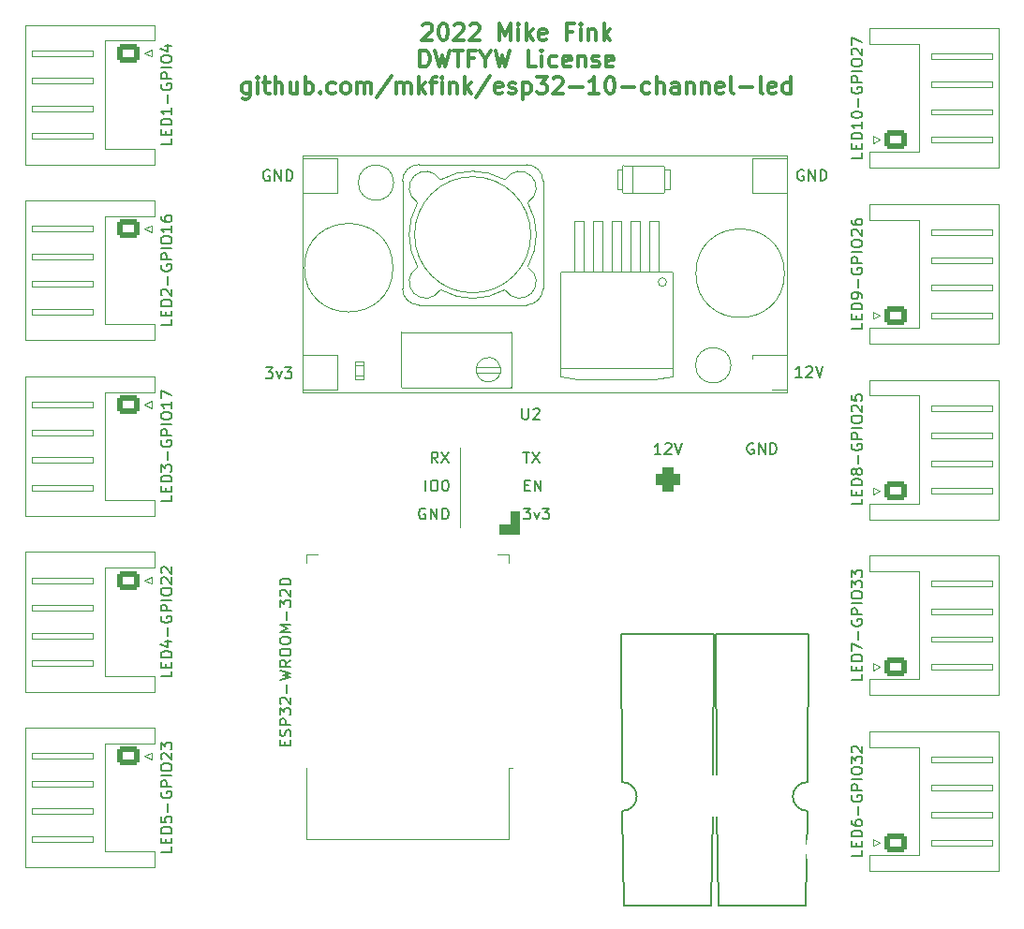
<source format=gto>
%TF.GenerationSoftware,KiCad,Pcbnew,(6.0.6)*%
%TF.CreationDate,2022-12-02T03:24:18-05:00*%
%TF.ProjectId,esp32-wled,65737033-322d-4776-9c65-642e6b696361,rev?*%
%TF.SameCoordinates,Original*%
%TF.FileFunction,Legend,Top*%
%TF.FilePolarity,Positive*%
%FSLAX46Y46*%
G04 Gerber Fmt 4.6, Leading zero omitted, Abs format (unit mm)*
G04 Created by KiCad (PCBNEW (6.0.6)) date 2022-12-02 03:24:18*
%MOMM*%
%LPD*%
G01*
G04 APERTURE LIST*
G04 Aperture macros list*
%AMRoundRect*
0 Rectangle with rounded corners*
0 $1 Rounding radius*
0 $2 $3 $4 $5 $6 $7 $8 $9 X,Y pos of 4 corners*
0 Add a 4 corners polygon primitive as box body*
4,1,4,$2,$3,$4,$5,$6,$7,$8,$9,$2,$3,0*
0 Add four circle primitives for the rounded corners*
1,1,$1+$1,$2,$3*
1,1,$1+$1,$4,$5*
1,1,$1+$1,$6,$7*
1,1,$1+$1,$8,$9*
0 Add four rect primitives between the rounded corners*
20,1,$1+$1,$2,$3,$4,$5,0*
20,1,$1+$1,$4,$5,$6,$7,0*
20,1,$1+$1,$6,$7,$8,$9,0*
20,1,$1+$1,$8,$9,$2,$3,0*%
G04 Aperture macros list end*
%ADD10C,0.150000*%
%ADD11C,0.300000*%
%ADD12C,0.120000*%
%ADD13C,0.100000*%
%ADD14RoundRect,0.550000X-0.550000X-0.550000X0.550000X-0.550000X0.550000X0.550000X-0.550000X0.550000X0*%
%ADD15C,2.200000*%
%ADD16R,5.000000X5.000000*%
%ADD17R,2.000000X0.900000*%
%ADD18R,0.900000X2.000000*%
%ADD19RoundRect,0.250000X0.725000X-0.600000X0.725000X0.600000X-0.725000X0.600000X-0.725000X-0.600000X0*%
%ADD20O,1.950000X1.700000*%
%ADD21C,3.800000*%
%ADD22RoundRect,0.250000X-0.725000X0.600000X-0.725000X-0.600000X0.725000X-0.600000X0.725000X0.600000X0*%
%ADD23R,1.700000X1.700000*%
%ADD24O,1.700000X1.700000*%
%ADD25R,2.540000X2.540000*%
%ADD26C,2.540000*%
G04 APERTURE END LIST*
D10*
X126190523Y-95159580D02*
X126809571Y-95159580D01*
X126476238Y-95540533D01*
X126619095Y-95540533D01*
X126714333Y-95588152D01*
X126761952Y-95635771D01*
X126809571Y-95731009D01*
X126809571Y-95969104D01*
X126761952Y-96064342D01*
X126714333Y-96111961D01*
X126619095Y-96159580D01*
X126333380Y-96159580D01*
X126238142Y-96111961D01*
X126190523Y-96064342D01*
X127142904Y-95492914D02*
X127381000Y-96159580D01*
X127619095Y-95492914D01*
X127904809Y-95159580D02*
X128523857Y-95159580D01*
X128190523Y-95540533D01*
X128333380Y-95540533D01*
X128428619Y-95588152D01*
X128476238Y-95635771D01*
X128523857Y-95731009D01*
X128523857Y-95969104D01*
X128476238Y-96064342D01*
X128428619Y-96111961D01*
X128333380Y-96159580D01*
X128047666Y-96159580D01*
X127952428Y-96111961D01*
X127904809Y-96064342D01*
X126517495Y-77351000D02*
X126422257Y-77303380D01*
X126279400Y-77303380D01*
X126136542Y-77351000D01*
X126041304Y-77446238D01*
X125993685Y-77541476D01*
X125946066Y-77731952D01*
X125946066Y-77874809D01*
X125993685Y-78065285D01*
X126041304Y-78160523D01*
X126136542Y-78255761D01*
X126279400Y-78303380D01*
X126374638Y-78303380D01*
X126517495Y-78255761D01*
X126565114Y-78208142D01*
X126565114Y-77874809D01*
X126374638Y-77874809D01*
X126993685Y-78303380D02*
X126993685Y-77303380D01*
X127565114Y-78303380D01*
X127565114Y-77303380D01*
X128041304Y-78303380D02*
X128041304Y-77303380D01*
X128279400Y-77303380D01*
X128422257Y-77351000D01*
X128517495Y-77446238D01*
X128565114Y-77541476D01*
X128612733Y-77731952D01*
X128612733Y-77874809D01*
X128565114Y-78065285D01*
X128517495Y-78160523D01*
X128422257Y-78255761D01*
X128279400Y-78303380D01*
X128041304Y-78303380D01*
X174777495Y-77325600D02*
X174682257Y-77277980D01*
X174539400Y-77277980D01*
X174396542Y-77325600D01*
X174301304Y-77420838D01*
X174253685Y-77516076D01*
X174206066Y-77706552D01*
X174206066Y-77849409D01*
X174253685Y-78039885D01*
X174301304Y-78135123D01*
X174396542Y-78230361D01*
X174539400Y-78277980D01*
X174634638Y-78277980D01*
X174777495Y-78230361D01*
X174825114Y-78182742D01*
X174825114Y-77849409D01*
X174634638Y-77849409D01*
X175253685Y-78277980D02*
X175253685Y-77277980D01*
X175825114Y-78277980D01*
X175825114Y-77277980D01*
X176301304Y-78277980D02*
X176301304Y-77277980D01*
X176539400Y-77277980D01*
X176682257Y-77325600D01*
X176777495Y-77420838D01*
X176825114Y-77516076D01*
X176872733Y-77706552D01*
X176872733Y-77849409D01*
X176825114Y-78039885D01*
X176777495Y-78135123D01*
X176682257Y-78230361D01*
X176539400Y-78277980D01*
X176301304Y-78277980D01*
X174640952Y-96057980D02*
X174069523Y-96057980D01*
X174355238Y-96057980D02*
X174355238Y-95057980D01*
X174260000Y-95200838D01*
X174164761Y-95296076D01*
X174069523Y-95343695D01*
X175021904Y-95153219D02*
X175069523Y-95105600D01*
X175164761Y-95057980D01*
X175402857Y-95057980D01*
X175498095Y-95105600D01*
X175545714Y-95153219D01*
X175593333Y-95248457D01*
X175593333Y-95343695D01*
X175545714Y-95486552D01*
X174974285Y-96057980D01*
X175593333Y-96057980D01*
X175879047Y-95057980D02*
X176212380Y-96057980D01*
X176545714Y-95057980D01*
X140647896Y-106344980D02*
X140647896Y-105344980D01*
X141314562Y-105344980D02*
X141505038Y-105344980D01*
X141600276Y-105392600D01*
X141695515Y-105487838D01*
X141743134Y-105678314D01*
X141743134Y-106011647D01*
X141695515Y-106202123D01*
X141600276Y-106297361D01*
X141505038Y-106344980D01*
X141314562Y-106344980D01*
X141219324Y-106297361D01*
X141124086Y-106202123D01*
X141076467Y-106011647D01*
X141076467Y-105678314D01*
X141124086Y-105487838D01*
X141219324Y-105392600D01*
X141314562Y-105344980D01*
X142362181Y-105344980D02*
X142457419Y-105344980D01*
X142552657Y-105392600D01*
X142600276Y-105440219D01*
X142647896Y-105535457D01*
X142695515Y-105725933D01*
X142695515Y-105964028D01*
X142647896Y-106154504D01*
X142600276Y-106249742D01*
X142552657Y-106297361D01*
X142457419Y-106344980D01*
X142362181Y-106344980D01*
X142266943Y-106297361D01*
X142219324Y-106249742D01*
X142171705Y-106154504D01*
X142124086Y-105964028D01*
X142124086Y-105725933D01*
X142171705Y-105535457D01*
X142219324Y-105440219D01*
X142266943Y-105392600D01*
X142362181Y-105344980D01*
X140600276Y-107932600D02*
X140505038Y-107884980D01*
X140362181Y-107884980D01*
X140219323Y-107932600D01*
X140124085Y-108027838D01*
X140076466Y-108123076D01*
X140028847Y-108313552D01*
X140028847Y-108456409D01*
X140076466Y-108646885D01*
X140124085Y-108742123D01*
X140219323Y-108837361D01*
X140362181Y-108884980D01*
X140457419Y-108884980D01*
X140600276Y-108837361D01*
X140647895Y-108789742D01*
X140647895Y-108456409D01*
X140457419Y-108456409D01*
X141076466Y-108884980D02*
X141076466Y-107884980D01*
X141647895Y-108884980D01*
X141647895Y-107884980D01*
X142124085Y-108884980D02*
X142124085Y-107884980D01*
X142362181Y-107884980D01*
X142505038Y-107932600D01*
X142600276Y-108027838D01*
X142647895Y-108123076D01*
X142695514Y-108313552D01*
X142695514Y-108456409D01*
X142647895Y-108646885D01*
X142600276Y-108742123D01*
X142505038Y-108837361D01*
X142362181Y-108884980D01*
X142124085Y-108884980D01*
X149482323Y-107884980D02*
X150101371Y-107884980D01*
X149768038Y-108265933D01*
X149910895Y-108265933D01*
X150006133Y-108313552D01*
X150053752Y-108361171D01*
X150101371Y-108456409D01*
X150101371Y-108694504D01*
X150053752Y-108789742D01*
X150006133Y-108837361D01*
X149910895Y-108884980D01*
X149625180Y-108884980D01*
X149529942Y-108837361D01*
X149482323Y-108789742D01*
X150434704Y-108218314D02*
X150672800Y-108884980D01*
X150910895Y-108218314D01*
X151196609Y-107884980D02*
X151815657Y-107884980D01*
X151482323Y-108265933D01*
X151625180Y-108265933D01*
X151720419Y-108313552D01*
X151768038Y-108361171D01*
X151815657Y-108456409D01*
X151815657Y-108694504D01*
X151768038Y-108789742D01*
X151720419Y-108837361D01*
X151625180Y-108884980D01*
X151339466Y-108884980D01*
X151244228Y-108837361D01*
X151196609Y-108789742D01*
X149577561Y-105821171D02*
X149910895Y-105821171D01*
X150053752Y-106344980D02*
X149577561Y-106344980D01*
X149577561Y-105344980D01*
X150053752Y-105344980D01*
X150482323Y-106344980D02*
X150482323Y-105344980D01*
X151053752Y-106344980D01*
X151053752Y-105344980D01*
X141743133Y-103804980D02*
X141409800Y-103328790D01*
X141171704Y-103804980D02*
X141171704Y-102804980D01*
X141552657Y-102804980D01*
X141647895Y-102852600D01*
X141695514Y-102900219D01*
X141743133Y-102995457D01*
X141743133Y-103138314D01*
X141695514Y-103233552D01*
X141647895Y-103281171D01*
X141552657Y-103328790D01*
X141171704Y-103328790D01*
X142076466Y-102804980D02*
X142743133Y-103804980D01*
X142743133Y-102804980D02*
X142076466Y-103804980D01*
X149434705Y-102804980D02*
X150006133Y-102804980D01*
X149720419Y-103804980D02*
X149720419Y-102804980D01*
X150244229Y-102804980D02*
X150910895Y-103804980D01*
X150910895Y-102804980D02*
X150244229Y-103804980D01*
D11*
X140379714Y-64216428D02*
X140451142Y-64145000D01*
X140594000Y-64073571D01*
X140951142Y-64073571D01*
X141094000Y-64145000D01*
X141165428Y-64216428D01*
X141236857Y-64359285D01*
X141236857Y-64502142D01*
X141165428Y-64716428D01*
X140308285Y-65573571D01*
X141236857Y-65573571D01*
X142165428Y-64073571D02*
X142308285Y-64073571D01*
X142451142Y-64145000D01*
X142522571Y-64216428D01*
X142594000Y-64359285D01*
X142665428Y-64645000D01*
X142665428Y-65002142D01*
X142594000Y-65287857D01*
X142522571Y-65430714D01*
X142451142Y-65502142D01*
X142308285Y-65573571D01*
X142165428Y-65573571D01*
X142022571Y-65502142D01*
X141951142Y-65430714D01*
X141879714Y-65287857D01*
X141808285Y-65002142D01*
X141808285Y-64645000D01*
X141879714Y-64359285D01*
X141951142Y-64216428D01*
X142022571Y-64145000D01*
X142165428Y-64073571D01*
X143236857Y-64216428D02*
X143308285Y-64145000D01*
X143451142Y-64073571D01*
X143808285Y-64073571D01*
X143951142Y-64145000D01*
X144022571Y-64216428D01*
X144094000Y-64359285D01*
X144094000Y-64502142D01*
X144022571Y-64716428D01*
X143165428Y-65573571D01*
X144094000Y-65573571D01*
X144665428Y-64216428D02*
X144736857Y-64145000D01*
X144879714Y-64073571D01*
X145236857Y-64073571D01*
X145379714Y-64145000D01*
X145451142Y-64216428D01*
X145522571Y-64359285D01*
X145522571Y-64502142D01*
X145451142Y-64716428D01*
X144594000Y-65573571D01*
X145522571Y-65573571D01*
X147308285Y-65573571D02*
X147308285Y-64073571D01*
X147808285Y-65145000D01*
X148308285Y-64073571D01*
X148308285Y-65573571D01*
X149022571Y-65573571D02*
X149022571Y-64573571D01*
X149022571Y-64073571D02*
X148951142Y-64145000D01*
X149022571Y-64216428D01*
X149094000Y-64145000D01*
X149022571Y-64073571D01*
X149022571Y-64216428D01*
X149736857Y-65573571D02*
X149736857Y-64073571D01*
X149879714Y-65002142D02*
X150308285Y-65573571D01*
X150308285Y-64573571D02*
X149736857Y-65145000D01*
X151522571Y-65502142D02*
X151379714Y-65573571D01*
X151094000Y-65573571D01*
X150951142Y-65502142D01*
X150879714Y-65359285D01*
X150879714Y-64787857D01*
X150951142Y-64645000D01*
X151094000Y-64573571D01*
X151379714Y-64573571D01*
X151522571Y-64645000D01*
X151594000Y-64787857D01*
X151594000Y-64930714D01*
X150879714Y-65073571D01*
X153879714Y-64787857D02*
X153379714Y-64787857D01*
X153379714Y-65573571D02*
X153379714Y-64073571D01*
X154094000Y-64073571D01*
X154665428Y-65573571D02*
X154665428Y-64573571D01*
X154665428Y-64073571D02*
X154594000Y-64145000D01*
X154665428Y-64216428D01*
X154736857Y-64145000D01*
X154665428Y-64073571D01*
X154665428Y-64216428D01*
X155379714Y-64573571D02*
X155379714Y-65573571D01*
X155379714Y-64716428D02*
X155451142Y-64645000D01*
X155594000Y-64573571D01*
X155808285Y-64573571D01*
X155951142Y-64645000D01*
X156022571Y-64787857D01*
X156022571Y-65573571D01*
X156736857Y-65573571D02*
X156736857Y-64073571D01*
X156879714Y-65002142D02*
X157308285Y-65573571D01*
X157308285Y-64573571D02*
X156736857Y-65145000D01*
X140129714Y-67988571D02*
X140129714Y-66488571D01*
X140486857Y-66488571D01*
X140701142Y-66560000D01*
X140844000Y-66702857D01*
X140915428Y-66845714D01*
X140986857Y-67131428D01*
X140986857Y-67345714D01*
X140915428Y-67631428D01*
X140844000Y-67774285D01*
X140701142Y-67917142D01*
X140486857Y-67988571D01*
X140129714Y-67988571D01*
X141486857Y-66488571D02*
X141844000Y-67988571D01*
X142129714Y-66917142D01*
X142415428Y-67988571D01*
X142772571Y-66488571D01*
X143129714Y-66488571D02*
X143986857Y-66488571D01*
X143558285Y-67988571D02*
X143558285Y-66488571D01*
X144986857Y-67202857D02*
X144486857Y-67202857D01*
X144486857Y-67988571D02*
X144486857Y-66488571D01*
X145201142Y-66488571D01*
X146058285Y-67274285D02*
X146058285Y-67988571D01*
X145558285Y-66488571D02*
X146058285Y-67274285D01*
X146558285Y-66488571D01*
X146915428Y-66488571D02*
X147272571Y-67988571D01*
X147558285Y-66917142D01*
X147844000Y-67988571D01*
X148201142Y-66488571D01*
X150629714Y-67988571D02*
X149915428Y-67988571D01*
X149915428Y-66488571D01*
X151129714Y-67988571D02*
X151129714Y-66988571D01*
X151129714Y-66488571D02*
X151058285Y-66560000D01*
X151129714Y-66631428D01*
X151201142Y-66560000D01*
X151129714Y-66488571D01*
X151129714Y-66631428D01*
X152486857Y-67917142D02*
X152344000Y-67988571D01*
X152058285Y-67988571D01*
X151915428Y-67917142D01*
X151844000Y-67845714D01*
X151772571Y-67702857D01*
X151772571Y-67274285D01*
X151844000Y-67131428D01*
X151915428Y-67060000D01*
X152058285Y-66988571D01*
X152344000Y-66988571D01*
X152486857Y-67060000D01*
X153701142Y-67917142D02*
X153558285Y-67988571D01*
X153272571Y-67988571D01*
X153129714Y-67917142D01*
X153058285Y-67774285D01*
X153058285Y-67202857D01*
X153129714Y-67060000D01*
X153272571Y-66988571D01*
X153558285Y-66988571D01*
X153701142Y-67060000D01*
X153772571Y-67202857D01*
X153772571Y-67345714D01*
X153058285Y-67488571D01*
X154415428Y-66988571D02*
X154415428Y-67988571D01*
X154415428Y-67131428D02*
X154486857Y-67060000D01*
X154629714Y-66988571D01*
X154844000Y-66988571D01*
X154986857Y-67060000D01*
X155058285Y-67202857D01*
X155058285Y-67988571D01*
X155701142Y-67917142D02*
X155844000Y-67988571D01*
X156129714Y-67988571D01*
X156272571Y-67917142D01*
X156344000Y-67774285D01*
X156344000Y-67702857D01*
X156272571Y-67560000D01*
X156129714Y-67488571D01*
X155915428Y-67488571D01*
X155772571Y-67417142D01*
X155701142Y-67274285D01*
X155701142Y-67202857D01*
X155772571Y-67060000D01*
X155915428Y-66988571D01*
X156129714Y-66988571D01*
X156272571Y-67060000D01*
X157558285Y-67917142D02*
X157415428Y-67988571D01*
X157129714Y-67988571D01*
X156986857Y-67917142D01*
X156915428Y-67774285D01*
X156915428Y-67202857D01*
X156986857Y-67060000D01*
X157129714Y-66988571D01*
X157415428Y-66988571D01*
X157558285Y-67060000D01*
X157629714Y-67202857D01*
X157629714Y-67345714D01*
X156915428Y-67488571D01*
X124736857Y-69403571D02*
X124736857Y-70617857D01*
X124665428Y-70760714D01*
X124594000Y-70832142D01*
X124451142Y-70903571D01*
X124236857Y-70903571D01*
X124094000Y-70832142D01*
X124736857Y-70332142D02*
X124594000Y-70403571D01*
X124308285Y-70403571D01*
X124165428Y-70332142D01*
X124094000Y-70260714D01*
X124022571Y-70117857D01*
X124022571Y-69689285D01*
X124094000Y-69546428D01*
X124165428Y-69475000D01*
X124308285Y-69403571D01*
X124594000Y-69403571D01*
X124736857Y-69475000D01*
X125451142Y-70403571D02*
X125451142Y-69403571D01*
X125451142Y-68903571D02*
X125379714Y-68975000D01*
X125451142Y-69046428D01*
X125522571Y-68975000D01*
X125451142Y-68903571D01*
X125451142Y-69046428D01*
X125951142Y-69403571D02*
X126522571Y-69403571D01*
X126165428Y-68903571D02*
X126165428Y-70189285D01*
X126236857Y-70332142D01*
X126379714Y-70403571D01*
X126522571Y-70403571D01*
X127022571Y-70403571D02*
X127022571Y-68903571D01*
X127665428Y-70403571D02*
X127665428Y-69617857D01*
X127594000Y-69475000D01*
X127451142Y-69403571D01*
X127236857Y-69403571D01*
X127094000Y-69475000D01*
X127022571Y-69546428D01*
X129022571Y-69403571D02*
X129022571Y-70403571D01*
X128379714Y-69403571D02*
X128379714Y-70189285D01*
X128451142Y-70332142D01*
X128594000Y-70403571D01*
X128808285Y-70403571D01*
X128951142Y-70332142D01*
X129022571Y-70260714D01*
X129736857Y-70403571D02*
X129736857Y-68903571D01*
X129736857Y-69475000D02*
X129879714Y-69403571D01*
X130165428Y-69403571D01*
X130308285Y-69475000D01*
X130379714Y-69546428D01*
X130451142Y-69689285D01*
X130451142Y-70117857D01*
X130379714Y-70260714D01*
X130308285Y-70332142D01*
X130165428Y-70403571D01*
X129879714Y-70403571D01*
X129736857Y-70332142D01*
X131094000Y-70260714D02*
X131165428Y-70332142D01*
X131094000Y-70403571D01*
X131022571Y-70332142D01*
X131094000Y-70260714D01*
X131094000Y-70403571D01*
X132451142Y-70332142D02*
X132308285Y-70403571D01*
X132022571Y-70403571D01*
X131879714Y-70332142D01*
X131808285Y-70260714D01*
X131736857Y-70117857D01*
X131736857Y-69689285D01*
X131808285Y-69546428D01*
X131879714Y-69475000D01*
X132022571Y-69403571D01*
X132308285Y-69403571D01*
X132451142Y-69475000D01*
X133308285Y-70403571D02*
X133165428Y-70332142D01*
X133094000Y-70260714D01*
X133022571Y-70117857D01*
X133022571Y-69689285D01*
X133094000Y-69546428D01*
X133165428Y-69475000D01*
X133308285Y-69403571D01*
X133522571Y-69403571D01*
X133665428Y-69475000D01*
X133736857Y-69546428D01*
X133808285Y-69689285D01*
X133808285Y-70117857D01*
X133736857Y-70260714D01*
X133665428Y-70332142D01*
X133522571Y-70403571D01*
X133308285Y-70403571D01*
X134451142Y-70403571D02*
X134451142Y-69403571D01*
X134451142Y-69546428D02*
X134522571Y-69475000D01*
X134665428Y-69403571D01*
X134879714Y-69403571D01*
X135022571Y-69475000D01*
X135094000Y-69617857D01*
X135094000Y-70403571D01*
X135094000Y-69617857D02*
X135165428Y-69475000D01*
X135308285Y-69403571D01*
X135522571Y-69403571D01*
X135665428Y-69475000D01*
X135736857Y-69617857D01*
X135736857Y-70403571D01*
X137522571Y-68832142D02*
X136236857Y-70760714D01*
X138022571Y-70403571D02*
X138022571Y-69403571D01*
X138022571Y-69546428D02*
X138094000Y-69475000D01*
X138236857Y-69403571D01*
X138451142Y-69403571D01*
X138594000Y-69475000D01*
X138665428Y-69617857D01*
X138665428Y-70403571D01*
X138665428Y-69617857D02*
X138736857Y-69475000D01*
X138879714Y-69403571D01*
X139094000Y-69403571D01*
X139236857Y-69475000D01*
X139308285Y-69617857D01*
X139308285Y-70403571D01*
X140022571Y-70403571D02*
X140022571Y-68903571D01*
X140165428Y-69832142D02*
X140594000Y-70403571D01*
X140594000Y-69403571D02*
X140022571Y-69975000D01*
X141022571Y-69403571D02*
X141594000Y-69403571D01*
X141236857Y-70403571D02*
X141236857Y-69117857D01*
X141308285Y-68975000D01*
X141451142Y-68903571D01*
X141594000Y-68903571D01*
X142094000Y-70403571D02*
X142094000Y-69403571D01*
X142094000Y-68903571D02*
X142022571Y-68975000D01*
X142094000Y-69046428D01*
X142165428Y-68975000D01*
X142094000Y-68903571D01*
X142094000Y-69046428D01*
X142808285Y-69403571D02*
X142808285Y-70403571D01*
X142808285Y-69546428D02*
X142879714Y-69475000D01*
X143022571Y-69403571D01*
X143236857Y-69403571D01*
X143379714Y-69475000D01*
X143451142Y-69617857D01*
X143451142Y-70403571D01*
X144165428Y-70403571D02*
X144165428Y-68903571D01*
X144308285Y-69832142D02*
X144736857Y-70403571D01*
X144736857Y-69403571D02*
X144165428Y-69975000D01*
X146451142Y-68832142D02*
X145165428Y-70760714D01*
X147522571Y-70332142D02*
X147379714Y-70403571D01*
X147094000Y-70403571D01*
X146951142Y-70332142D01*
X146879714Y-70189285D01*
X146879714Y-69617857D01*
X146951142Y-69475000D01*
X147094000Y-69403571D01*
X147379714Y-69403571D01*
X147522571Y-69475000D01*
X147594000Y-69617857D01*
X147594000Y-69760714D01*
X146879714Y-69903571D01*
X148165428Y-70332142D02*
X148308285Y-70403571D01*
X148594000Y-70403571D01*
X148736857Y-70332142D01*
X148808285Y-70189285D01*
X148808285Y-70117857D01*
X148736857Y-69975000D01*
X148594000Y-69903571D01*
X148379714Y-69903571D01*
X148236857Y-69832142D01*
X148165428Y-69689285D01*
X148165428Y-69617857D01*
X148236857Y-69475000D01*
X148379714Y-69403571D01*
X148594000Y-69403571D01*
X148736857Y-69475000D01*
X149451142Y-69403571D02*
X149451142Y-70903571D01*
X149451142Y-69475000D02*
X149594000Y-69403571D01*
X149879714Y-69403571D01*
X150022571Y-69475000D01*
X150094000Y-69546428D01*
X150165428Y-69689285D01*
X150165428Y-70117857D01*
X150094000Y-70260714D01*
X150022571Y-70332142D01*
X149879714Y-70403571D01*
X149594000Y-70403571D01*
X149451142Y-70332142D01*
X150665428Y-68903571D02*
X151594000Y-68903571D01*
X151094000Y-69475000D01*
X151308285Y-69475000D01*
X151451142Y-69546428D01*
X151522571Y-69617857D01*
X151594000Y-69760714D01*
X151594000Y-70117857D01*
X151522571Y-70260714D01*
X151451142Y-70332142D01*
X151308285Y-70403571D01*
X150879714Y-70403571D01*
X150736857Y-70332142D01*
X150665428Y-70260714D01*
X152165428Y-69046428D02*
X152236857Y-68975000D01*
X152379714Y-68903571D01*
X152736857Y-68903571D01*
X152879714Y-68975000D01*
X152951142Y-69046428D01*
X153022571Y-69189285D01*
X153022571Y-69332142D01*
X152951142Y-69546428D01*
X152094000Y-70403571D01*
X153022571Y-70403571D01*
X153665428Y-69832142D02*
X154808285Y-69832142D01*
X156308285Y-70403571D02*
X155451142Y-70403571D01*
X155879714Y-70403571D02*
X155879714Y-68903571D01*
X155736857Y-69117857D01*
X155594000Y-69260714D01*
X155451142Y-69332142D01*
X157236857Y-68903571D02*
X157379714Y-68903571D01*
X157522571Y-68975000D01*
X157594000Y-69046428D01*
X157665428Y-69189285D01*
X157736857Y-69475000D01*
X157736857Y-69832142D01*
X157665428Y-70117857D01*
X157594000Y-70260714D01*
X157522571Y-70332142D01*
X157379714Y-70403571D01*
X157236857Y-70403571D01*
X157094000Y-70332142D01*
X157022571Y-70260714D01*
X156951142Y-70117857D01*
X156879714Y-69832142D01*
X156879714Y-69475000D01*
X156951142Y-69189285D01*
X157022571Y-69046428D01*
X157094000Y-68975000D01*
X157236857Y-68903571D01*
X158379714Y-69832142D02*
X159522571Y-69832142D01*
X160879714Y-70332142D02*
X160736857Y-70403571D01*
X160451142Y-70403571D01*
X160308285Y-70332142D01*
X160236857Y-70260714D01*
X160165428Y-70117857D01*
X160165428Y-69689285D01*
X160236857Y-69546428D01*
X160308285Y-69475000D01*
X160451142Y-69403571D01*
X160736857Y-69403571D01*
X160879714Y-69475000D01*
X161522571Y-70403571D02*
X161522571Y-68903571D01*
X162165428Y-70403571D02*
X162165428Y-69617857D01*
X162094000Y-69475000D01*
X161951142Y-69403571D01*
X161736857Y-69403571D01*
X161594000Y-69475000D01*
X161522571Y-69546428D01*
X163522571Y-70403571D02*
X163522571Y-69617857D01*
X163451142Y-69475000D01*
X163308285Y-69403571D01*
X163022571Y-69403571D01*
X162879714Y-69475000D01*
X163522571Y-70332142D02*
X163379714Y-70403571D01*
X163022571Y-70403571D01*
X162879714Y-70332142D01*
X162808285Y-70189285D01*
X162808285Y-70046428D01*
X162879714Y-69903571D01*
X163022571Y-69832142D01*
X163379714Y-69832142D01*
X163522571Y-69760714D01*
X164236857Y-69403571D02*
X164236857Y-70403571D01*
X164236857Y-69546428D02*
X164308285Y-69475000D01*
X164451142Y-69403571D01*
X164665428Y-69403571D01*
X164808285Y-69475000D01*
X164879714Y-69617857D01*
X164879714Y-70403571D01*
X165594000Y-69403571D02*
X165594000Y-70403571D01*
X165594000Y-69546428D02*
X165665428Y-69475000D01*
X165808285Y-69403571D01*
X166022571Y-69403571D01*
X166165428Y-69475000D01*
X166236857Y-69617857D01*
X166236857Y-70403571D01*
X167522571Y-70332142D02*
X167379714Y-70403571D01*
X167094000Y-70403571D01*
X166951142Y-70332142D01*
X166879714Y-70189285D01*
X166879714Y-69617857D01*
X166951142Y-69475000D01*
X167094000Y-69403571D01*
X167379714Y-69403571D01*
X167522571Y-69475000D01*
X167594000Y-69617857D01*
X167594000Y-69760714D01*
X166879714Y-69903571D01*
X168451142Y-70403571D02*
X168308285Y-70332142D01*
X168236857Y-70189285D01*
X168236857Y-68903571D01*
X169022571Y-69832142D02*
X170165428Y-69832142D01*
X171094000Y-70403571D02*
X170951142Y-70332142D01*
X170879714Y-70189285D01*
X170879714Y-68903571D01*
X172236857Y-70332142D02*
X172094000Y-70403571D01*
X171808285Y-70403571D01*
X171665428Y-70332142D01*
X171594000Y-70189285D01*
X171594000Y-69617857D01*
X171665428Y-69475000D01*
X171808285Y-69403571D01*
X172094000Y-69403571D01*
X172236857Y-69475000D01*
X172308285Y-69617857D01*
X172308285Y-69760714D01*
X171594000Y-69903571D01*
X173594000Y-70403571D02*
X173594000Y-68903571D01*
X173594000Y-70332142D02*
X173451142Y-70403571D01*
X173165428Y-70403571D01*
X173022571Y-70332142D01*
X172951142Y-70260714D01*
X172879714Y-70117857D01*
X172879714Y-69689285D01*
X172951142Y-69546428D01*
X173022571Y-69475000D01*
X173165428Y-69403571D01*
X173451142Y-69403571D01*
X173594000Y-69475000D01*
D10*
%TO.C,U1*%
X127919171Y-129342209D02*
X127919171Y-129008876D01*
X128442980Y-128866019D02*
X128442980Y-129342209D01*
X127442980Y-129342209D01*
X127442980Y-128866019D01*
X128395361Y-128485066D02*
X128442980Y-128342209D01*
X128442980Y-128104114D01*
X128395361Y-128008876D01*
X128347742Y-127961257D01*
X128252504Y-127913638D01*
X128157266Y-127913638D01*
X128062028Y-127961257D01*
X128014409Y-128008876D01*
X127966790Y-128104114D01*
X127919171Y-128294590D01*
X127871552Y-128389828D01*
X127823933Y-128437447D01*
X127728695Y-128485066D01*
X127633457Y-128485066D01*
X127538219Y-128437447D01*
X127490600Y-128389828D01*
X127442980Y-128294590D01*
X127442980Y-128056495D01*
X127490600Y-127913638D01*
X128442980Y-127485066D02*
X127442980Y-127485066D01*
X127442980Y-127104114D01*
X127490600Y-127008876D01*
X127538219Y-126961257D01*
X127633457Y-126913638D01*
X127776314Y-126913638D01*
X127871552Y-126961257D01*
X127919171Y-127008876D01*
X127966790Y-127104114D01*
X127966790Y-127485066D01*
X127442980Y-126580304D02*
X127442980Y-125961257D01*
X127823933Y-126294590D01*
X127823933Y-126151733D01*
X127871552Y-126056495D01*
X127919171Y-126008876D01*
X128014409Y-125961257D01*
X128252504Y-125961257D01*
X128347742Y-126008876D01*
X128395361Y-126056495D01*
X128442980Y-126151733D01*
X128442980Y-126437447D01*
X128395361Y-126532685D01*
X128347742Y-126580304D01*
X127538219Y-125580304D02*
X127490600Y-125532685D01*
X127442980Y-125437447D01*
X127442980Y-125199352D01*
X127490600Y-125104114D01*
X127538219Y-125056495D01*
X127633457Y-125008876D01*
X127728695Y-125008876D01*
X127871552Y-125056495D01*
X128442980Y-125627923D01*
X128442980Y-125008876D01*
X128062028Y-124580304D02*
X128062028Y-123818400D01*
X127442980Y-123437447D02*
X128442980Y-123199352D01*
X127728695Y-123008876D01*
X128442980Y-122818400D01*
X127442980Y-122580304D01*
X128442980Y-121627923D02*
X127966790Y-121961257D01*
X128442980Y-122199352D02*
X127442980Y-122199352D01*
X127442980Y-121818400D01*
X127490600Y-121723161D01*
X127538219Y-121675542D01*
X127633457Y-121627923D01*
X127776314Y-121627923D01*
X127871552Y-121675542D01*
X127919171Y-121723161D01*
X127966790Y-121818400D01*
X127966790Y-122199352D01*
X127442980Y-121008876D02*
X127442980Y-120818400D01*
X127490600Y-120723161D01*
X127585838Y-120627923D01*
X127776314Y-120580304D01*
X128109647Y-120580304D01*
X128300123Y-120627923D01*
X128395361Y-120723161D01*
X128442980Y-120818400D01*
X128442980Y-121008876D01*
X128395361Y-121104114D01*
X128300123Y-121199352D01*
X128109647Y-121246971D01*
X127776314Y-121246971D01*
X127585838Y-121199352D01*
X127490600Y-121104114D01*
X127442980Y-121008876D01*
X127442980Y-119961257D02*
X127442980Y-119770780D01*
X127490600Y-119675542D01*
X127585838Y-119580304D01*
X127776314Y-119532685D01*
X128109647Y-119532685D01*
X128300123Y-119580304D01*
X128395361Y-119675542D01*
X128442980Y-119770780D01*
X128442980Y-119961257D01*
X128395361Y-120056495D01*
X128300123Y-120151733D01*
X128109647Y-120199352D01*
X127776314Y-120199352D01*
X127585838Y-120151733D01*
X127490600Y-120056495D01*
X127442980Y-119961257D01*
X128442980Y-119104114D02*
X127442980Y-119104114D01*
X128157266Y-118770780D01*
X127442980Y-118437447D01*
X128442980Y-118437447D01*
X128062028Y-117961257D02*
X128062028Y-117199352D01*
X127442980Y-116818400D02*
X127442980Y-116199352D01*
X127823933Y-116532685D01*
X127823933Y-116389828D01*
X127871552Y-116294590D01*
X127919171Y-116246971D01*
X128014409Y-116199352D01*
X128252504Y-116199352D01*
X128347742Y-116246971D01*
X128395361Y-116294590D01*
X128442980Y-116389828D01*
X128442980Y-116675542D01*
X128395361Y-116770780D01*
X128347742Y-116818400D01*
X127538219Y-115818400D02*
X127490600Y-115770780D01*
X127442980Y-115675542D01*
X127442980Y-115437447D01*
X127490600Y-115342209D01*
X127538219Y-115294590D01*
X127633457Y-115246971D01*
X127728695Y-115246971D01*
X127871552Y-115294590D01*
X128442980Y-115866019D01*
X128442980Y-115246971D01*
X128442980Y-114818400D02*
X127442980Y-114818400D01*
X127442980Y-114580304D01*
X127490600Y-114437447D01*
X127585838Y-114342209D01*
X127681076Y-114294590D01*
X127871552Y-114246971D01*
X128014409Y-114246971D01*
X128204885Y-114294590D01*
X128300123Y-114342209D01*
X128395361Y-114437447D01*
X128442980Y-114580304D01*
X128442980Y-114818400D01*
%TO.C,12V*%
X161890152Y-103012780D02*
X161318723Y-103012780D01*
X161604438Y-103012780D02*
X161604438Y-102012780D01*
X161509200Y-102155638D01*
X161413961Y-102250876D01*
X161318723Y-102298495D01*
X162271104Y-102108019D02*
X162318723Y-102060400D01*
X162413961Y-102012780D01*
X162652057Y-102012780D01*
X162747295Y-102060400D01*
X162794914Y-102108019D01*
X162842533Y-102203257D01*
X162842533Y-102298495D01*
X162794914Y-102441352D01*
X162223485Y-103012780D01*
X162842533Y-103012780D01*
X163128247Y-102012780D02*
X163461580Y-103012780D01*
X163794914Y-102012780D01*
%TO.C,LED10-GPIO27*%
X180090780Y-75743771D02*
X180090780Y-76219961D01*
X179090780Y-76219961D01*
X179566971Y-75410438D02*
X179566971Y-75077104D01*
X180090780Y-74934247D02*
X180090780Y-75410438D01*
X179090780Y-75410438D01*
X179090780Y-74934247D01*
X180090780Y-74505676D02*
X179090780Y-74505676D01*
X179090780Y-74267580D01*
X179138400Y-74124723D01*
X179233638Y-74029485D01*
X179328876Y-73981866D01*
X179519352Y-73934247D01*
X179662209Y-73934247D01*
X179852685Y-73981866D01*
X179947923Y-74029485D01*
X180043161Y-74124723D01*
X180090780Y-74267580D01*
X180090780Y-74505676D01*
X180090780Y-72981866D02*
X180090780Y-73553295D01*
X180090780Y-73267580D02*
X179090780Y-73267580D01*
X179233638Y-73362819D01*
X179328876Y-73458057D01*
X179376495Y-73553295D01*
X179090780Y-72362819D02*
X179090780Y-72267580D01*
X179138400Y-72172342D01*
X179186019Y-72124723D01*
X179281257Y-72077104D01*
X179471733Y-72029485D01*
X179709828Y-72029485D01*
X179900304Y-72077104D01*
X179995542Y-72124723D01*
X180043161Y-72172342D01*
X180090780Y-72267580D01*
X180090780Y-72362819D01*
X180043161Y-72458057D01*
X179995542Y-72505676D01*
X179900304Y-72553295D01*
X179709828Y-72600914D01*
X179471733Y-72600914D01*
X179281257Y-72553295D01*
X179186019Y-72505676D01*
X179138400Y-72458057D01*
X179090780Y-72362819D01*
X179709828Y-71600914D02*
X179709828Y-70839009D01*
X179138400Y-69839009D02*
X179090780Y-69934247D01*
X179090780Y-70077104D01*
X179138400Y-70219961D01*
X179233638Y-70315200D01*
X179328876Y-70362819D01*
X179519352Y-70410438D01*
X179662209Y-70410438D01*
X179852685Y-70362819D01*
X179947923Y-70315200D01*
X180043161Y-70219961D01*
X180090780Y-70077104D01*
X180090780Y-69981866D01*
X180043161Y-69839009D01*
X179995542Y-69791390D01*
X179662209Y-69791390D01*
X179662209Y-69981866D01*
X180090780Y-69362819D02*
X179090780Y-69362819D01*
X179090780Y-68981866D01*
X179138400Y-68886628D01*
X179186019Y-68839009D01*
X179281257Y-68791390D01*
X179424114Y-68791390D01*
X179519352Y-68839009D01*
X179566971Y-68886628D01*
X179614590Y-68981866D01*
X179614590Y-69362819D01*
X180090780Y-68362819D02*
X179090780Y-68362819D01*
X179090780Y-67696152D02*
X179090780Y-67505676D01*
X179138400Y-67410438D01*
X179233638Y-67315200D01*
X179424114Y-67267580D01*
X179757447Y-67267580D01*
X179947923Y-67315200D01*
X180043161Y-67410438D01*
X180090780Y-67505676D01*
X180090780Y-67696152D01*
X180043161Y-67791390D01*
X179947923Y-67886628D01*
X179757447Y-67934247D01*
X179424114Y-67934247D01*
X179233638Y-67886628D01*
X179138400Y-67791390D01*
X179090780Y-67696152D01*
X179186019Y-66886628D02*
X179138400Y-66839009D01*
X179090780Y-66743771D01*
X179090780Y-66505676D01*
X179138400Y-66410438D01*
X179186019Y-66362819D01*
X179281257Y-66315200D01*
X179376495Y-66315200D01*
X179519352Y-66362819D01*
X180090780Y-66934247D01*
X180090780Y-66315200D01*
X179090780Y-65981866D02*
X179090780Y-65315200D01*
X180090780Y-65743771D01*
%TO.C, *%
%TO.C,LED1-GPIO4*%
X117693580Y-74477390D02*
X117693580Y-74953580D01*
X116693580Y-74953580D01*
X117169771Y-74144057D02*
X117169771Y-73810723D01*
X117693580Y-73667866D02*
X117693580Y-74144057D01*
X116693580Y-74144057D01*
X116693580Y-73667866D01*
X117693580Y-73239295D02*
X116693580Y-73239295D01*
X116693580Y-73001200D01*
X116741200Y-72858342D01*
X116836438Y-72763104D01*
X116931676Y-72715485D01*
X117122152Y-72667866D01*
X117265009Y-72667866D01*
X117455485Y-72715485D01*
X117550723Y-72763104D01*
X117645961Y-72858342D01*
X117693580Y-73001200D01*
X117693580Y-73239295D01*
X117693580Y-71715485D02*
X117693580Y-72286914D01*
X117693580Y-72001200D02*
X116693580Y-72001200D01*
X116836438Y-72096438D01*
X116931676Y-72191676D01*
X116979295Y-72286914D01*
X117312628Y-71286914D02*
X117312628Y-70525009D01*
X116741200Y-69525009D02*
X116693580Y-69620247D01*
X116693580Y-69763104D01*
X116741200Y-69905961D01*
X116836438Y-70001200D01*
X116931676Y-70048819D01*
X117122152Y-70096438D01*
X117265009Y-70096438D01*
X117455485Y-70048819D01*
X117550723Y-70001200D01*
X117645961Y-69905961D01*
X117693580Y-69763104D01*
X117693580Y-69667866D01*
X117645961Y-69525009D01*
X117598342Y-69477390D01*
X117265009Y-69477390D01*
X117265009Y-69667866D01*
X117693580Y-69048819D02*
X116693580Y-69048819D01*
X116693580Y-68667866D01*
X116741200Y-68572628D01*
X116788819Y-68525009D01*
X116884057Y-68477390D01*
X117026914Y-68477390D01*
X117122152Y-68525009D01*
X117169771Y-68572628D01*
X117217390Y-68667866D01*
X117217390Y-69048819D01*
X117693580Y-68048819D02*
X116693580Y-68048819D01*
X116693580Y-67382152D02*
X116693580Y-67191676D01*
X116741200Y-67096438D01*
X116836438Y-67001200D01*
X117026914Y-66953580D01*
X117360247Y-66953580D01*
X117550723Y-67001200D01*
X117645961Y-67096438D01*
X117693580Y-67191676D01*
X117693580Y-67382152D01*
X117645961Y-67477390D01*
X117550723Y-67572628D01*
X117360247Y-67620247D01*
X117026914Y-67620247D01*
X116836438Y-67572628D01*
X116741200Y-67477390D01*
X116693580Y-67382152D01*
X117026914Y-66096438D02*
X117693580Y-66096438D01*
X116645961Y-66334533D02*
X117360247Y-66572628D01*
X117360247Y-65953580D01*
%TO.C,LED3-GPIO17*%
X117693580Y-106728980D02*
X117693580Y-107205171D01*
X116693580Y-107205171D01*
X117169771Y-106395647D02*
X117169771Y-106062314D01*
X117693580Y-105919457D02*
X117693580Y-106395647D01*
X116693580Y-106395647D01*
X116693580Y-105919457D01*
X117693580Y-105490885D02*
X116693580Y-105490885D01*
X116693580Y-105252790D01*
X116741200Y-105109933D01*
X116836438Y-105014695D01*
X116931676Y-104967076D01*
X117122152Y-104919457D01*
X117265009Y-104919457D01*
X117455485Y-104967076D01*
X117550723Y-105014695D01*
X117645961Y-105109933D01*
X117693580Y-105252790D01*
X117693580Y-105490885D01*
X116693580Y-104586123D02*
X116693580Y-103967076D01*
X117074533Y-104300409D01*
X117074533Y-104157552D01*
X117122152Y-104062314D01*
X117169771Y-104014695D01*
X117265009Y-103967076D01*
X117503104Y-103967076D01*
X117598342Y-104014695D01*
X117645961Y-104062314D01*
X117693580Y-104157552D01*
X117693580Y-104443266D01*
X117645961Y-104538504D01*
X117598342Y-104586123D01*
X117312628Y-103538504D02*
X117312628Y-102776600D01*
X116741200Y-101776600D02*
X116693580Y-101871838D01*
X116693580Y-102014695D01*
X116741200Y-102157552D01*
X116836438Y-102252790D01*
X116931676Y-102300409D01*
X117122152Y-102348028D01*
X117265009Y-102348028D01*
X117455485Y-102300409D01*
X117550723Y-102252790D01*
X117645961Y-102157552D01*
X117693580Y-102014695D01*
X117693580Y-101919457D01*
X117645961Y-101776600D01*
X117598342Y-101728980D01*
X117265009Y-101728980D01*
X117265009Y-101919457D01*
X117693580Y-101300409D02*
X116693580Y-101300409D01*
X116693580Y-100919457D01*
X116741200Y-100824219D01*
X116788819Y-100776600D01*
X116884057Y-100728980D01*
X117026914Y-100728980D01*
X117122152Y-100776600D01*
X117169771Y-100824219D01*
X117217390Y-100919457D01*
X117217390Y-101300409D01*
X117693580Y-100300409D02*
X116693580Y-100300409D01*
X116693580Y-99633742D02*
X116693580Y-99443266D01*
X116741200Y-99348028D01*
X116836438Y-99252790D01*
X117026914Y-99205171D01*
X117360247Y-99205171D01*
X117550723Y-99252790D01*
X117645961Y-99348028D01*
X117693580Y-99443266D01*
X117693580Y-99633742D01*
X117645961Y-99728980D01*
X117550723Y-99824219D01*
X117360247Y-99871838D01*
X117026914Y-99871838D01*
X116836438Y-99824219D01*
X116741200Y-99728980D01*
X116693580Y-99633742D01*
X117693580Y-98252790D02*
X117693580Y-98824219D01*
X117693580Y-98538504D02*
X116693580Y-98538504D01*
X116836438Y-98633742D01*
X116931676Y-98728980D01*
X116979295Y-98824219D01*
X116693580Y-97919457D02*
X116693580Y-97252790D01*
X117693580Y-97681361D01*
%TO.C,U2*%
X149352095Y-98867980D02*
X149352095Y-99677504D01*
X149399714Y-99772742D01*
X149447333Y-99820361D01*
X149542571Y-99867980D01*
X149733047Y-99867980D01*
X149828285Y-99820361D01*
X149875904Y-99772742D01*
X149923523Y-99677504D01*
X149923523Y-98867980D01*
X150352095Y-98963219D02*
X150399714Y-98915600D01*
X150494952Y-98867980D01*
X150733047Y-98867980D01*
X150828285Y-98915600D01*
X150875904Y-98963219D01*
X150923523Y-99058457D01*
X150923523Y-99153695D01*
X150875904Y-99296552D01*
X150304476Y-99867980D01*
X150923523Y-99867980D01*
%TO.C,LED6-GPIO32*%
X180090780Y-138818380D02*
X180090780Y-139294571D01*
X179090780Y-139294571D01*
X179566971Y-138485047D02*
X179566971Y-138151714D01*
X180090780Y-138008857D02*
X180090780Y-138485047D01*
X179090780Y-138485047D01*
X179090780Y-138008857D01*
X180090780Y-137580285D02*
X179090780Y-137580285D01*
X179090780Y-137342190D01*
X179138400Y-137199333D01*
X179233638Y-137104095D01*
X179328876Y-137056476D01*
X179519352Y-137008857D01*
X179662209Y-137008857D01*
X179852685Y-137056476D01*
X179947923Y-137104095D01*
X180043161Y-137199333D01*
X180090780Y-137342190D01*
X180090780Y-137580285D01*
X179090780Y-136151714D02*
X179090780Y-136342190D01*
X179138400Y-136437428D01*
X179186019Y-136485047D01*
X179328876Y-136580285D01*
X179519352Y-136627904D01*
X179900304Y-136627904D01*
X179995542Y-136580285D01*
X180043161Y-136532666D01*
X180090780Y-136437428D01*
X180090780Y-136246952D01*
X180043161Y-136151714D01*
X179995542Y-136104095D01*
X179900304Y-136056476D01*
X179662209Y-136056476D01*
X179566971Y-136104095D01*
X179519352Y-136151714D01*
X179471733Y-136246952D01*
X179471733Y-136437428D01*
X179519352Y-136532666D01*
X179566971Y-136580285D01*
X179662209Y-136627904D01*
X179709828Y-135627904D02*
X179709828Y-134866000D01*
X179138400Y-133866000D02*
X179090780Y-133961238D01*
X179090780Y-134104095D01*
X179138400Y-134246952D01*
X179233638Y-134342190D01*
X179328876Y-134389809D01*
X179519352Y-134437428D01*
X179662209Y-134437428D01*
X179852685Y-134389809D01*
X179947923Y-134342190D01*
X180043161Y-134246952D01*
X180090780Y-134104095D01*
X180090780Y-134008857D01*
X180043161Y-133866000D01*
X179995542Y-133818380D01*
X179662209Y-133818380D01*
X179662209Y-134008857D01*
X180090780Y-133389809D02*
X179090780Y-133389809D01*
X179090780Y-133008857D01*
X179138400Y-132913619D01*
X179186019Y-132866000D01*
X179281257Y-132818380D01*
X179424114Y-132818380D01*
X179519352Y-132866000D01*
X179566971Y-132913619D01*
X179614590Y-133008857D01*
X179614590Y-133389809D01*
X180090780Y-132389809D02*
X179090780Y-132389809D01*
X179090780Y-131723142D02*
X179090780Y-131532666D01*
X179138400Y-131437428D01*
X179233638Y-131342190D01*
X179424114Y-131294571D01*
X179757447Y-131294571D01*
X179947923Y-131342190D01*
X180043161Y-131437428D01*
X180090780Y-131532666D01*
X180090780Y-131723142D01*
X180043161Y-131818380D01*
X179947923Y-131913619D01*
X179757447Y-131961238D01*
X179424114Y-131961238D01*
X179233638Y-131913619D01*
X179138400Y-131818380D01*
X179090780Y-131723142D01*
X179090780Y-130961238D02*
X179090780Y-130342190D01*
X179471733Y-130675523D01*
X179471733Y-130532666D01*
X179519352Y-130437428D01*
X179566971Y-130389809D01*
X179662209Y-130342190D01*
X179900304Y-130342190D01*
X179995542Y-130389809D01*
X180043161Y-130437428D01*
X180090780Y-130532666D01*
X180090780Y-130818380D01*
X180043161Y-130913619D01*
X179995542Y-130961238D01*
X179186019Y-129961238D02*
X179138400Y-129913619D01*
X179090780Y-129818380D01*
X179090780Y-129580285D01*
X179138400Y-129485047D01*
X179186019Y-129437428D01*
X179281257Y-129389809D01*
X179376495Y-129389809D01*
X179519352Y-129437428D01*
X180090780Y-130008857D01*
X180090780Y-129389809D01*
%TO.C, *%
%TO.C,LED2-GPIO16*%
X117693580Y-90841280D02*
X117693580Y-91317471D01*
X116693580Y-91317471D01*
X117169771Y-90507947D02*
X117169771Y-90174614D01*
X117693580Y-90031757D02*
X117693580Y-90507947D01*
X116693580Y-90507947D01*
X116693580Y-90031757D01*
X117693580Y-89603185D02*
X116693580Y-89603185D01*
X116693580Y-89365090D01*
X116741200Y-89222233D01*
X116836438Y-89126995D01*
X116931676Y-89079376D01*
X117122152Y-89031757D01*
X117265009Y-89031757D01*
X117455485Y-89079376D01*
X117550723Y-89126995D01*
X117645961Y-89222233D01*
X117693580Y-89365090D01*
X117693580Y-89603185D01*
X116788819Y-88650804D02*
X116741200Y-88603185D01*
X116693580Y-88507947D01*
X116693580Y-88269852D01*
X116741200Y-88174614D01*
X116788819Y-88126995D01*
X116884057Y-88079376D01*
X116979295Y-88079376D01*
X117122152Y-88126995D01*
X117693580Y-88698423D01*
X117693580Y-88079376D01*
X117312628Y-87650804D02*
X117312628Y-86888900D01*
X116741200Y-85888900D02*
X116693580Y-85984138D01*
X116693580Y-86126995D01*
X116741200Y-86269852D01*
X116836438Y-86365090D01*
X116931676Y-86412709D01*
X117122152Y-86460328D01*
X117265009Y-86460328D01*
X117455485Y-86412709D01*
X117550723Y-86365090D01*
X117645961Y-86269852D01*
X117693580Y-86126995D01*
X117693580Y-86031757D01*
X117645961Y-85888900D01*
X117598342Y-85841280D01*
X117265009Y-85841280D01*
X117265009Y-86031757D01*
X117693580Y-85412709D02*
X116693580Y-85412709D01*
X116693580Y-85031757D01*
X116741200Y-84936519D01*
X116788819Y-84888900D01*
X116884057Y-84841280D01*
X117026914Y-84841280D01*
X117122152Y-84888900D01*
X117169771Y-84936519D01*
X117217390Y-85031757D01*
X117217390Y-85412709D01*
X117693580Y-84412709D02*
X116693580Y-84412709D01*
X116693580Y-83746042D02*
X116693580Y-83555566D01*
X116741200Y-83460328D01*
X116836438Y-83365090D01*
X117026914Y-83317471D01*
X117360247Y-83317471D01*
X117550723Y-83365090D01*
X117645961Y-83460328D01*
X117693580Y-83555566D01*
X117693580Y-83746042D01*
X117645961Y-83841280D01*
X117550723Y-83936519D01*
X117360247Y-83984138D01*
X117026914Y-83984138D01*
X116836438Y-83936519D01*
X116741200Y-83841280D01*
X116693580Y-83746042D01*
X117693580Y-82365090D02*
X117693580Y-82936519D01*
X117693580Y-82650804D02*
X116693580Y-82650804D01*
X116836438Y-82746042D01*
X116931676Y-82841280D01*
X116979295Y-82936519D01*
X116693580Y-81507947D02*
X116693580Y-81698423D01*
X116741200Y-81793661D01*
X116788819Y-81841280D01*
X116931676Y-81936519D01*
X117122152Y-81984138D01*
X117503104Y-81984138D01*
X117598342Y-81936519D01*
X117645961Y-81888900D01*
X117693580Y-81793661D01*
X117693580Y-81603185D01*
X117645961Y-81507947D01*
X117598342Y-81460328D01*
X117503104Y-81412709D01*
X117265009Y-81412709D01*
X117169771Y-81460328D01*
X117122152Y-81507947D01*
X117074533Y-81603185D01*
X117074533Y-81793661D01*
X117122152Y-81888900D01*
X117169771Y-81936519D01*
X117265009Y-81984138D01*
%TO.C,GND*%
X170253295Y-102060400D02*
X170158057Y-102012780D01*
X170015200Y-102012780D01*
X169872342Y-102060400D01*
X169777104Y-102155638D01*
X169729485Y-102250876D01*
X169681866Y-102441352D01*
X169681866Y-102584209D01*
X169729485Y-102774685D01*
X169777104Y-102869923D01*
X169872342Y-102965161D01*
X170015200Y-103012780D01*
X170110438Y-103012780D01*
X170253295Y-102965161D01*
X170300914Y-102917542D01*
X170300914Y-102584209D01*
X170110438Y-102584209D01*
X170729485Y-103012780D02*
X170729485Y-102012780D01*
X171300914Y-103012780D01*
X171300914Y-102012780D01*
X171777104Y-103012780D02*
X171777104Y-102012780D01*
X172015200Y-102012780D01*
X172158057Y-102060400D01*
X172253295Y-102155638D01*
X172300914Y-102250876D01*
X172348533Y-102441352D01*
X172348533Y-102584209D01*
X172300914Y-102774685D01*
X172253295Y-102869923D01*
X172158057Y-102965161D01*
X172015200Y-103012780D01*
X171777104Y-103012780D01*
%TO.C,LED9-GPIO26*%
X180090780Y-91155280D02*
X180090780Y-91631471D01*
X179090780Y-91631471D01*
X179566971Y-90821947D02*
X179566971Y-90488614D01*
X180090780Y-90345757D02*
X180090780Y-90821947D01*
X179090780Y-90821947D01*
X179090780Y-90345757D01*
X180090780Y-89917185D02*
X179090780Y-89917185D01*
X179090780Y-89679090D01*
X179138400Y-89536233D01*
X179233638Y-89440995D01*
X179328876Y-89393376D01*
X179519352Y-89345757D01*
X179662209Y-89345757D01*
X179852685Y-89393376D01*
X179947923Y-89440995D01*
X180043161Y-89536233D01*
X180090780Y-89679090D01*
X180090780Y-89917185D01*
X180090780Y-88869566D02*
X180090780Y-88679090D01*
X180043161Y-88583852D01*
X179995542Y-88536233D01*
X179852685Y-88440995D01*
X179662209Y-88393376D01*
X179281257Y-88393376D01*
X179186019Y-88440995D01*
X179138400Y-88488614D01*
X179090780Y-88583852D01*
X179090780Y-88774328D01*
X179138400Y-88869566D01*
X179186019Y-88917185D01*
X179281257Y-88964804D01*
X179519352Y-88964804D01*
X179614590Y-88917185D01*
X179662209Y-88869566D01*
X179709828Y-88774328D01*
X179709828Y-88583852D01*
X179662209Y-88488614D01*
X179614590Y-88440995D01*
X179519352Y-88393376D01*
X179709828Y-87964804D02*
X179709828Y-87202900D01*
X179138400Y-86202900D02*
X179090780Y-86298138D01*
X179090780Y-86440995D01*
X179138400Y-86583852D01*
X179233638Y-86679090D01*
X179328876Y-86726709D01*
X179519352Y-86774328D01*
X179662209Y-86774328D01*
X179852685Y-86726709D01*
X179947923Y-86679090D01*
X180043161Y-86583852D01*
X180090780Y-86440995D01*
X180090780Y-86345757D01*
X180043161Y-86202900D01*
X179995542Y-86155280D01*
X179662209Y-86155280D01*
X179662209Y-86345757D01*
X180090780Y-85726709D02*
X179090780Y-85726709D01*
X179090780Y-85345757D01*
X179138400Y-85250519D01*
X179186019Y-85202900D01*
X179281257Y-85155280D01*
X179424114Y-85155280D01*
X179519352Y-85202900D01*
X179566971Y-85250519D01*
X179614590Y-85345757D01*
X179614590Y-85726709D01*
X180090780Y-84726709D02*
X179090780Y-84726709D01*
X179090780Y-84060042D02*
X179090780Y-83869566D01*
X179138400Y-83774328D01*
X179233638Y-83679090D01*
X179424114Y-83631471D01*
X179757447Y-83631471D01*
X179947923Y-83679090D01*
X180043161Y-83774328D01*
X180090780Y-83869566D01*
X180090780Y-84060042D01*
X180043161Y-84155280D01*
X179947923Y-84250519D01*
X179757447Y-84298138D01*
X179424114Y-84298138D01*
X179233638Y-84250519D01*
X179138400Y-84155280D01*
X179090780Y-84060042D01*
X179186019Y-83250519D02*
X179138400Y-83202900D01*
X179090780Y-83107661D01*
X179090780Y-82869566D01*
X179138400Y-82774328D01*
X179186019Y-82726709D01*
X179281257Y-82679090D01*
X179376495Y-82679090D01*
X179519352Y-82726709D01*
X180090780Y-83298138D01*
X180090780Y-82679090D01*
X179090780Y-81821947D02*
X179090780Y-82012423D01*
X179138400Y-82107661D01*
X179186019Y-82155280D01*
X179328876Y-82250519D01*
X179519352Y-82298138D01*
X179900304Y-82298138D01*
X179995542Y-82250519D01*
X180043161Y-82202900D01*
X180090780Y-82107661D01*
X180090780Y-81917185D01*
X180043161Y-81821947D01*
X179995542Y-81774328D01*
X179900304Y-81726709D01*
X179662209Y-81726709D01*
X179566971Y-81774328D01*
X179519352Y-81821947D01*
X179471733Y-81917185D01*
X179471733Y-82107661D01*
X179519352Y-82202900D01*
X179566971Y-82250519D01*
X179662209Y-82298138D01*
%TO.C, *%
%TO.C,LED5-GPIO23*%
X117693580Y-138504380D02*
X117693580Y-138980571D01*
X116693580Y-138980571D01*
X117169771Y-138171047D02*
X117169771Y-137837714D01*
X117693580Y-137694857D02*
X117693580Y-138171047D01*
X116693580Y-138171047D01*
X116693580Y-137694857D01*
X117693580Y-137266285D02*
X116693580Y-137266285D01*
X116693580Y-137028190D01*
X116741200Y-136885333D01*
X116836438Y-136790095D01*
X116931676Y-136742476D01*
X117122152Y-136694857D01*
X117265009Y-136694857D01*
X117455485Y-136742476D01*
X117550723Y-136790095D01*
X117645961Y-136885333D01*
X117693580Y-137028190D01*
X117693580Y-137266285D01*
X116693580Y-135790095D02*
X116693580Y-136266285D01*
X117169771Y-136313904D01*
X117122152Y-136266285D01*
X117074533Y-136171047D01*
X117074533Y-135932952D01*
X117122152Y-135837714D01*
X117169771Y-135790095D01*
X117265009Y-135742476D01*
X117503104Y-135742476D01*
X117598342Y-135790095D01*
X117645961Y-135837714D01*
X117693580Y-135932952D01*
X117693580Y-136171047D01*
X117645961Y-136266285D01*
X117598342Y-136313904D01*
X117312628Y-135313904D02*
X117312628Y-134552000D01*
X116741200Y-133552000D02*
X116693580Y-133647238D01*
X116693580Y-133790095D01*
X116741200Y-133932952D01*
X116836438Y-134028190D01*
X116931676Y-134075809D01*
X117122152Y-134123428D01*
X117265009Y-134123428D01*
X117455485Y-134075809D01*
X117550723Y-134028190D01*
X117645961Y-133932952D01*
X117693580Y-133790095D01*
X117693580Y-133694857D01*
X117645961Y-133552000D01*
X117598342Y-133504380D01*
X117265009Y-133504380D01*
X117265009Y-133694857D01*
X117693580Y-133075809D02*
X116693580Y-133075809D01*
X116693580Y-132694857D01*
X116741200Y-132599619D01*
X116788819Y-132552000D01*
X116884057Y-132504380D01*
X117026914Y-132504380D01*
X117122152Y-132552000D01*
X117169771Y-132599619D01*
X117217390Y-132694857D01*
X117217390Y-133075809D01*
X117693580Y-132075809D02*
X116693580Y-132075809D01*
X116693580Y-131409142D02*
X116693580Y-131218666D01*
X116741200Y-131123428D01*
X116836438Y-131028190D01*
X117026914Y-130980571D01*
X117360247Y-130980571D01*
X117550723Y-131028190D01*
X117645961Y-131123428D01*
X117693580Y-131218666D01*
X117693580Y-131409142D01*
X117645961Y-131504380D01*
X117550723Y-131599619D01*
X117360247Y-131647238D01*
X117026914Y-131647238D01*
X116836438Y-131599619D01*
X116741200Y-131504380D01*
X116693580Y-131409142D01*
X116788819Y-130599619D02*
X116741200Y-130552000D01*
X116693580Y-130456761D01*
X116693580Y-130218666D01*
X116741200Y-130123428D01*
X116788819Y-130075809D01*
X116884057Y-130028190D01*
X116979295Y-130028190D01*
X117122152Y-130075809D01*
X117693580Y-130647238D01*
X117693580Y-130028190D01*
X116693580Y-129694857D02*
X116693580Y-129075809D01*
X117074533Y-129409142D01*
X117074533Y-129266285D01*
X117122152Y-129171047D01*
X117169771Y-129123428D01*
X117265009Y-129075809D01*
X117503104Y-129075809D01*
X117598342Y-129123428D01*
X117645961Y-129171047D01*
X117693580Y-129266285D01*
X117693580Y-129552000D01*
X117645961Y-129647238D01*
X117598342Y-129694857D01*
%TO.C, *%
%TO.C,LED7-GPIO33*%
X180090780Y-122930680D02*
X180090780Y-123406871D01*
X179090780Y-123406871D01*
X179566971Y-122597347D02*
X179566971Y-122264014D01*
X180090780Y-122121157D02*
X180090780Y-122597347D01*
X179090780Y-122597347D01*
X179090780Y-122121157D01*
X180090780Y-121692585D02*
X179090780Y-121692585D01*
X179090780Y-121454490D01*
X179138400Y-121311633D01*
X179233638Y-121216395D01*
X179328876Y-121168776D01*
X179519352Y-121121157D01*
X179662209Y-121121157D01*
X179852685Y-121168776D01*
X179947923Y-121216395D01*
X180043161Y-121311633D01*
X180090780Y-121454490D01*
X180090780Y-121692585D01*
X179090780Y-120787823D02*
X179090780Y-120121157D01*
X180090780Y-120549728D01*
X179709828Y-119740204D02*
X179709828Y-118978300D01*
X179138400Y-117978300D02*
X179090780Y-118073538D01*
X179090780Y-118216395D01*
X179138400Y-118359252D01*
X179233638Y-118454490D01*
X179328876Y-118502109D01*
X179519352Y-118549728D01*
X179662209Y-118549728D01*
X179852685Y-118502109D01*
X179947923Y-118454490D01*
X180043161Y-118359252D01*
X180090780Y-118216395D01*
X180090780Y-118121157D01*
X180043161Y-117978300D01*
X179995542Y-117930680D01*
X179662209Y-117930680D01*
X179662209Y-118121157D01*
X180090780Y-117502109D02*
X179090780Y-117502109D01*
X179090780Y-117121157D01*
X179138400Y-117025919D01*
X179186019Y-116978300D01*
X179281257Y-116930680D01*
X179424114Y-116930680D01*
X179519352Y-116978300D01*
X179566971Y-117025919D01*
X179614590Y-117121157D01*
X179614590Y-117502109D01*
X180090780Y-116502109D02*
X179090780Y-116502109D01*
X179090780Y-115835442D02*
X179090780Y-115644966D01*
X179138400Y-115549728D01*
X179233638Y-115454490D01*
X179424114Y-115406871D01*
X179757447Y-115406871D01*
X179947923Y-115454490D01*
X180043161Y-115549728D01*
X180090780Y-115644966D01*
X180090780Y-115835442D01*
X180043161Y-115930680D01*
X179947923Y-116025919D01*
X179757447Y-116073538D01*
X179424114Y-116073538D01*
X179233638Y-116025919D01*
X179138400Y-115930680D01*
X179090780Y-115835442D01*
X179090780Y-115073538D02*
X179090780Y-114454490D01*
X179471733Y-114787823D01*
X179471733Y-114644966D01*
X179519352Y-114549728D01*
X179566971Y-114502109D01*
X179662209Y-114454490D01*
X179900304Y-114454490D01*
X179995542Y-114502109D01*
X180043161Y-114549728D01*
X180090780Y-114644966D01*
X180090780Y-114930680D01*
X180043161Y-115025919D01*
X179995542Y-115073538D01*
X179090780Y-114121157D02*
X179090780Y-113502109D01*
X179471733Y-113835442D01*
X179471733Y-113692585D01*
X179519352Y-113597347D01*
X179566971Y-113549728D01*
X179662209Y-113502109D01*
X179900304Y-113502109D01*
X179995542Y-113549728D01*
X180043161Y-113597347D01*
X180090780Y-113692585D01*
X180090780Y-113978300D01*
X180043161Y-114073538D01*
X179995542Y-114121157D01*
%TO.C,LED8-GPIO25*%
X180090780Y-107042980D02*
X180090780Y-107519171D01*
X179090780Y-107519171D01*
X179566971Y-106709647D02*
X179566971Y-106376314D01*
X180090780Y-106233457D02*
X180090780Y-106709647D01*
X179090780Y-106709647D01*
X179090780Y-106233457D01*
X180090780Y-105804885D02*
X179090780Y-105804885D01*
X179090780Y-105566790D01*
X179138400Y-105423933D01*
X179233638Y-105328695D01*
X179328876Y-105281076D01*
X179519352Y-105233457D01*
X179662209Y-105233457D01*
X179852685Y-105281076D01*
X179947923Y-105328695D01*
X180043161Y-105423933D01*
X180090780Y-105566790D01*
X180090780Y-105804885D01*
X179519352Y-104662028D02*
X179471733Y-104757266D01*
X179424114Y-104804885D01*
X179328876Y-104852504D01*
X179281257Y-104852504D01*
X179186019Y-104804885D01*
X179138400Y-104757266D01*
X179090780Y-104662028D01*
X179090780Y-104471552D01*
X179138400Y-104376314D01*
X179186019Y-104328695D01*
X179281257Y-104281076D01*
X179328876Y-104281076D01*
X179424114Y-104328695D01*
X179471733Y-104376314D01*
X179519352Y-104471552D01*
X179519352Y-104662028D01*
X179566971Y-104757266D01*
X179614590Y-104804885D01*
X179709828Y-104852504D01*
X179900304Y-104852504D01*
X179995542Y-104804885D01*
X180043161Y-104757266D01*
X180090780Y-104662028D01*
X180090780Y-104471552D01*
X180043161Y-104376314D01*
X179995542Y-104328695D01*
X179900304Y-104281076D01*
X179709828Y-104281076D01*
X179614590Y-104328695D01*
X179566971Y-104376314D01*
X179519352Y-104471552D01*
X179709828Y-103852504D02*
X179709828Y-103090600D01*
X179138400Y-102090600D02*
X179090780Y-102185838D01*
X179090780Y-102328695D01*
X179138400Y-102471552D01*
X179233638Y-102566790D01*
X179328876Y-102614409D01*
X179519352Y-102662028D01*
X179662209Y-102662028D01*
X179852685Y-102614409D01*
X179947923Y-102566790D01*
X180043161Y-102471552D01*
X180090780Y-102328695D01*
X180090780Y-102233457D01*
X180043161Y-102090600D01*
X179995542Y-102042980D01*
X179662209Y-102042980D01*
X179662209Y-102233457D01*
X180090780Y-101614409D02*
X179090780Y-101614409D01*
X179090780Y-101233457D01*
X179138400Y-101138219D01*
X179186019Y-101090600D01*
X179281257Y-101042980D01*
X179424114Y-101042980D01*
X179519352Y-101090600D01*
X179566971Y-101138219D01*
X179614590Y-101233457D01*
X179614590Y-101614409D01*
X180090780Y-100614409D02*
X179090780Y-100614409D01*
X179090780Y-99947742D02*
X179090780Y-99757266D01*
X179138400Y-99662028D01*
X179233638Y-99566790D01*
X179424114Y-99519171D01*
X179757447Y-99519171D01*
X179947923Y-99566790D01*
X180043161Y-99662028D01*
X180090780Y-99757266D01*
X180090780Y-99947742D01*
X180043161Y-100042980D01*
X179947923Y-100138219D01*
X179757447Y-100185838D01*
X179424114Y-100185838D01*
X179233638Y-100138219D01*
X179138400Y-100042980D01*
X179090780Y-99947742D01*
X179186019Y-99138219D02*
X179138400Y-99090600D01*
X179090780Y-98995361D01*
X179090780Y-98757266D01*
X179138400Y-98662028D01*
X179186019Y-98614409D01*
X179281257Y-98566790D01*
X179376495Y-98566790D01*
X179519352Y-98614409D01*
X180090780Y-99185838D01*
X180090780Y-98566790D01*
X179090780Y-97662028D02*
X179090780Y-98138219D01*
X179566971Y-98185838D01*
X179519352Y-98138219D01*
X179471733Y-98042980D01*
X179471733Y-97804885D01*
X179519352Y-97709647D01*
X179566971Y-97662028D01*
X179662209Y-97614409D01*
X179900304Y-97614409D01*
X179995542Y-97662028D01*
X180043161Y-97709647D01*
X180090780Y-97804885D01*
X180090780Y-98042980D01*
X180043161Y-98138219D01*
X179995542Y-98185838D01*
%TO.C, *%
%TO.C,LED4-GPIO22*%
X117693580Y-122616680D02*
X117693580Y-123092871D01*
X116693580Y-123092871D01*
X117169771Y-122283347D02*
X117169771Y-121950014D01*
X117693580Y-121807157D02*
X117693580Y-122283347D01*
X116693580Y-122283347D01*
X116693580Y-121807157D01*
X117693580Y-121378585D02*
X116693580Y-121378585D01*
X116693580Y-121140490D01*
X116741200Y-120997633D01*
X116836438Y-120902395D01*
X116931676Y-120854776D01*
X117122152Y-120807157D01*
X117265009Y-120807157D01*
X117455485Y-120854776D01*
X117550723Y-120902395D01*
X117645961Y-120997633D01*
X117693580Y-121140490D01*
X117693580Y-121378585D01*
X117026914Y-119950014D02*
X117693580Y-119950014D01*
X116645961Y-120188109D02*
X117360247Y-120426204D01*
X117360247Y-119807157D01*
X117312628Y-119426204D02*
X117312628Y-118664300D01*
X116741200Y-117664300D02*
X116693580Y-117759538D01*
X116693580Y-117902395D01*
X116741200Y-118045252D01*
X116836438Y-118140490D01*
X116931676Y-118188109D01*
X117122152Y-118235728D01*
X117265009Y-118235728D01*
X117455485Y-118188109D01*
X117550723Y-118140490D01*
X117645961Y-118045252D01*
X117693580Y-117902395D01*
X117693580Y-117807157D01*
X117645961Y-117664300D01*
X117598342Y-117616680D01*
X117265009Y-117616680D01*
X117265009Y-117807157D01*
X117693580Y-117188109D02*
X116693580Y-117188109D01*
X116693580Y-116807157D01*
X116741200Y-116711919D01*
X116788819Y-116664300D01*
X116884057Y-116616680D01*
X117026914Y-116616680D01*
X117122152Y-116664300D01*
X117169771Y-116711919D01*
X117217390Y-116807157D01*
X117217390Y-117188109D01*
X117693580Y-116188109D02*
X116693580Y-116188109D01*
X116693580Y-115521442D02*
X116693580Y-115330966D01*
X116741200Y-115235728D01*
X116836438Y-115140490D01*
X117026914Y-115092871D01*
X117360247Y-115092871D01*
X117550723Y-115140490D01*
X117645961Y-115235728D01*
X117693580Y-115330966D01*
X117693580Y-115521442D01*
X117645961Y-115616680D01*
X117550723Y-115711919D01*
X117360247Y-115759538D01*
X117026914Y-115759538D01*
X116836438Y-115711919D01*
X116741200Y-115616680D01*
X116693580Y-115521442D01*
X116788819Y-114711919D02*
X116741200Y-114664300D01*
X116693580Y-114569061D01*
X116693580Y-114330966D01*
X116741200Y-114235728D01*
X116788819Y-114188109D01*
X116884057Y-114140490D01*
X116979295Y-114140490D01*
X117122152Y-114188109D01*
X117693580Y-114759538D01*
X117693580Y-114140490D01*
X116788819Y-113759538D02*
X116741200Y-113711919D01*
X116693580Y-113616680D01*
X116693580Y-113378585D01*
X116741200Y-113283347D01*
X116788819Y-113235728D01*
X116884057Y-113188109D01*
X116979295Y-113188109D01*
X117122152Y-113235728D01*
X117693580Y-113807157D01*
X117693580Y-113188109D01*
D12*
%TO.C,U1*%
X148108800Y-137835800D02*
X129868800Y-137835800D01*
X129868800Y-112090800D02*
X130868800Y-112090800D01*
X148108800Y-112090800D02*
X147108800Y-112090800D01*
X148108800Y-112870800D02*
X148108800Y-112090800D01*
X129868800Y-112870800D02*
X129868800Y-112090800D01*
X148108800Y-137835800D02*
X148108800Y-131415800D01*
X129868800Y-137835800D02*
X129868800Y-131415800D01*
X148108800Y-131415800D02*
X148488800Y-131415800D01*
D10*
%TO.C,12V*%
X158309200Y-119260400D02*
X166709200Y-119260400D01*
X166459200Y-143860400D02*
X158559200Y-143860400D01*
X158409200Y-132660400D02*
X158309200Y-119260400D01*
X166609200Y-132660400D02*
X166709200Y-119260400D01*
X158559200Y-143860400D02*
X158409200Y-135260400D01*
X166459200Y-143860400D02*
X166609200Y-135260400D01*
X166609200Y-132660400D02*
G75*
G03*
X165309200Y-133960400I0J-1300000D01*
G01*
X158409200Y-135260400D02*
G75*
G03*
X159709200Y-133960400I1J1299999D01*
G01*
X159709200Y-133960400D02*
G75*
G03*
X158409200Y-132660400I-1299999J1D01*
G01*
X165309200Y-133960400D02*
G75*
G03*
X166609200Y-135260400I1300000J0D01*
G01*
D12*
%TO.C,LED10-GPIO27*%
X192448400Y-70815200D02*
X192448400Y-77125200D01*
X192448400Y-70815200D02*
X192448400Y-64505200D01*
X191838400Y-69815200D02*
X191838400Y-69315200D01*
X186338400Y-69815200D02*
X191838400Y-69815200D01*
X186338400Y-69315200D02*
X186338400Y-69815200D01*
X186338400Y-74815200D02*
X191838400Y-74815200D01*
X180728400Y-64505200D02*
X180728400Y-65925200D01*
X191838400Y-74315200D02*
X186338400Y-74315200D01*
X191838400Y-69315200D02*
X186338400Y-69315200D01*
X191838400Y-66815200D02*
X186338400Y-66815200D01*
X180728400Y-77125200D02*
X180728400Y-75705200D01*
X186338400Y-71815200D02*
X186338400Y-72315200D01*
X191838400Y-72315200D02*
X191838400Y-71815200D01*
X191838400Y-74815200D02*
X191838400Y-74315200D01*
X186338400Y-66815200D02*
X186338400Y-67315200D01*
X192448400Y-77125200D02*
X180728400Y-77125200D01*
X191838400Y-67315200D02*
X191838400Y-66815200D01*
X181038400Y-74865200D02*
X181038400Y-74265200D01*
X191838400Y-71815200D02*
X186338400Y-71815200D01*
X186338400Y-72315200D02*
X191838400Y-72315200D01*
X192448400Y-64505200D02*
X180728400Y-64505200D01*
X186338400Y-74315200D02*
X186338400Y-74815200D01*
X185228400Y-75705200D02*
X185228400Y-70815200D01*
X180728400Y-65925200D02*
X185228400Y-65925200D01*
X186338400Y-67315200D02*
X191838400Y-67315200D01*
X181038400Y-74265200D02*
X181638400Y-74565200D01*
X185228400Y-65925200D02*
X185228400Y-70815200D01*
X181638400Y-74565200D02*
X181038400Y-74865200D01*
X180728400Y-75705200D02*
X185228400Y-75705200D01*
%TO.C,LED1-GPIO4*%
X116151200Y-65611200D02*
X111651200Y-65611200D01*
X115841200Y-67051200D02*
X115241200Y-66751200D01*
X116151200Y-75391200D02*
X111651200Y-75391200D01*
X105041200Y-72001200D02*
X110541200Y-72001200D01*
X104431200Y-70501200D02*
X104431200Y-76811200D01*
X115841200Y-66451200D02*
X115841200Y-67051200D01*
X110541200Y-69501200D02*
X110541200Y-69001200D01*
X110541200Y-74501200D02*
X110541200Y-74001200D01*
X110541200Y-69001200D02*
X105041200Y-69001200D01*
X116151200Y-64191200D02*
X116151200Y-65611200D01*
X111651200Y-65611200D02*
X111651200Y-70501200D01*
X110541200Y-72001200D02*
X110541200Y-71501200D01*
X111651200Y-75391200D02*
X111651200Y-70501200D01*
X105041200Y-66501200D02*
X105041200Y-67001200D01*
X110541200Y-74001200D02*
X105041200Y-74001200D01*
X105041200Y-69501200D02*
X110541200Y-69501200D01*
X115241200Y-66751200D02*
X115841200Y-66451200D01*
X105041200Y-67001200D02*
X110541200Y-67001200D01*
X105041200Y-74501200D02*
X110541200Y-74501200D01*
X104431200Y-70501200D02*
X104431200Y-64191200D01*
X104431200Y-64191200D02*
X116151200Y-64191200D01*
X116151200Y-76811200D02*
X116151200Y-75391200D01*
X105041200Y-69001200D02*
X105041200Y-69501200D01*
X110541200Y-66501200D02*
X105041200Y-66501200D01*
X104431200Y-76811200D02*
X116151200Y-76811200D01*
X105041200Y-71501200D02*
X105041200Y-72001200D01*
X110541200Y-67001200D02*
X110541200Y-66501200D01*
X105041200Y-74001200D02*
X105041200Y-74501200D01*
X110541200Y-71501200D02*
X105041200Y-71501200D01*
%TO.C,LED3-GPIO17*%
X115241200Y-98526600D02*
X115841200Y-98226600D01*
X110541200Y-106276600D02*
X110541200Y-105776600D01*
X111651200Y-107166600D02*
X111651200Y-102276600D01*
X110541200Y-98776600D02*
X110541200Y-98276600D01*
X105041200Y-103776600D02*
X110541200Y-103776600D01*
X105041200Y-101276600D02*
X110541200Y-101276600D01*
X110541200Y-98276600D02*
X105041200Y-98276600D01*
X105041200Y-105776600D02*
X105041200Y-106276600D01*
X110541200Y-101276600D02*
X110541200Y-100776600D01*
X110541200Y-105776600D02*
X105041200Y-105776600D01*
X104431200Y-102276600D02*
X104431200Y-108586600D01*
X105041200Y-98776600D02*
X110541200Y-98776600D01*
X105041200Y-103276600D02*
X105041200Y-103776600D01*
X105041200Y-100776600D02*
X105041200Y-101276600D01*
X104431200Y-102276600D02*
X104431200Y-95966600D01*
X104431200Y-95966600D02*
X116151200Y-95966600D01*
X105041200Y-106276600D02*
X110541200Y-106276600D01*
X116151200Y-107166600D02*
X111651200Y-107166600D01*
X116151200Y-97386600D02*
X111651200Y-97386600D01*
X116151200Y-108586600D02*
X116151200Y-107166600D01*
X104431200Y-108586600D02*
X116151200Y-108586600D01*
X116151200Y-95966600D02*
X116151200Y-97386600D01*
X111651200Y-97386600D02*
X111651200Y-102276600D01*
X110541200Y-103276600D02*
X105041200Y-103276600D01*
X110541200Y-100776600D02*
X105041200Y-100776600D01*
X115841200Y-98826600D02*
X115241200Y-98526600D01*
X115841200Y-98226600D02*
X115841200Y-98826600D01*
X110541200Y-103776600D02*
X110541200Y-103276600D01*
X105041200Y-98276600D02*
X105041200Y-98776600D01*
%TO.C,H1*%
X143770000Y-105332600D02*
X143770000Y-102432600D01*
X143770000Y-107532600D02*
X143770000Y-105332600D01*
X143770000Y-109582600D02*
X143770000Y-107532600D01*
G36*
X149070000Y-110182600D02*
G01*
X147320000Y-110182600D01*
X147320000Y-109382600D01*
X148320000Y-109382600D01*
X148320000Y-108182600D01*
X149070000Y-108182600D01*
X149070000Y-110182600D01*
G37*
D13*
X149070000Y-110182600D02*
X147320000Y-110182600D01*
X147320000Y-109382600D01*
X148320000Y-109382600D01*
X148320000Y-108182600D01*
X149070000Y-108182600D01*
X149070000Y-110182600D01*
D12*
%TO.C,U2*%
X170124000Y-79405600D02*
X170124000Y-76245600D01*
X159292642Y-79322383D02*
X159292642Y-77022383D01*
X161693767Y-81908930D02*
X160853767Y-81908930D01*
X158293767Y-81908930D02*
X157453767Y-81908930D01*
X173259000Y-97440600D02*
X173259000Y-75990600D01*
X162953767Y-86616494D02*
X162953767Y-95967990D01*
X132644000Y-94025600D02*
X129484000Y-94025600D01*
X157453767Y-81908930D02*
X157453767Y-86538930D01*
X173254000Y-76245600D02*
X170124000Y-76245600D01*
X135055319Y-94625305D02*
X135055319Y-96225304D01*
X147355406Y-95598306D02*
X147348236Y-95629525D01*
X162876203Y-86538930D02*
X152871330Y-86538930D01*
X157972364Y-79047383D02*
X157972364Y-77297383D01*
X158422364Y-79047383D02*
X157972364Y-79047383D01*
X147355406Y-95598306D02*
X147379853Y-95603538D01*
X158422364Y-79322383D02*
X158422364Y-77022383D01*
X134255319Y-94945305D02*
X135055319Y-94945305D01*
X138454217Y-91973306D02*
X148354217Y-91973306D01*
X159993767Y-81908930D02*
X159153767Y-81908930D01*
X152871330Y-86538930D02*
X152793767Y-86616494D01*
X132644000Y-76245600D02*
X132644000Y-79405600D01*
X156593767Y-81908930D02*
X156593767Y-86538930D01*
X154443767Y-96258929D02*
X152793767Y-95967990D01*
X145264986Y-95623305D02*
X147343447Y-95623305D01*
X161303767Y-96258929D02*
X154443767Y-96258929D01*
X152793767Y-86616494D02*
X152793767Y-95967990D01*
X132644000Y-94025600D02*
X132644000Y-97185600D01*
X147355406Y-95598306D02*
X147343447Y-95623305D01*
X162222364Y-77297383D02*
X162672364Y-77297383D01*
X162122364Y-79422383D02*
X158522364Y-79422383D01*
X135055319Y-95905304D02*
X134255319Y-95905304D01*
X154893767Y-81908930D02*
X154053767Y-81908930D01*
X152793767Y-95178930D02*
X162953767Y-95178930D01*
X158293767Y-81908930D02*
X158293767Y-86538930D01*
X173259000Y-75990600D02*
X129509000Y-75990600D01*
X170124000Y-94335600D02*
X170124000Y-94025600D01*
X154053767Y-81908930D02*
X154053767Y-86538930D01*
X159993767Y-81908930D02*
X159993767Y-86538930D01*
X156593767Y-81908930D02*
X155753767Y-81908930D01*
X138404217Y-96923305D02*
X138404217Y-92023306D01*
X134255319Y-96225304D02*
X135055319Y-96225304D01*
X149736603Y-76819804D02*
X140036603Y-76819804D01*
X129509000Y-75990600D02*
X129509000Y-97440600D01*
X140036603Y-89519804D02*
X149736603Y-89519804D01*
X158421364Y-78810904D02*
X158421364Y-78905456D01*
X139761688Y-96974305D02*
X139795643Y-96974305D01*
X157972364Y-77297383D02*
X158422364Y-77297383D01*
X158522364Y-76922383D02*
X162122364Y-76922383D01*
X148354217Y-96973305D02*
X138454217Y-96973305D01*
X138536603Y-78319804D02*
X138536603Y-88019804D01*
X132644000Y-79405600D02*
X129529000Y-79405600D01*
X162672364Y-79047383D02*
X162222364Y-79047383D01*
X134255319Y-96225304D02*
X134255319Y-94625305D01*
X162672364Y-77297383D02*
X162672364Y-79047383D01*
X162954767Y-94601451D02*
X162954767Y-94439913D01*
X173254000Y-94030600D02*
X170124000Y-94025600D01*
X160853767Y-81908930D02*
X160853767Y-86538930D01*
X159153767Y-81908930D02*
X159153767Y-86538930D01*
X155753767Y-81908930D02*
X155753767Y-86538930D01*
X173254000Y-79405600D02*
X170124000Y-79405600D01*
X162222364Y-77022383D02*
X162222364Y-79322383D01*
X162953767Y-95967990D02*
X161303767Y-96258929D01*
X139845022Y-96974305D02*
X139889894Y-96974305D01*
X132644000Y-76245600D02*
X129529000Y-76245600D01*
X129509000Y-97440600D02*
X173259000Y-97440600D01*
X148404217Y-92023306D02*
X148404217Y-96923305D01*
X161693767Y-81908930D02*
X161693767Y-86538930D01*
X147367615Y-95654700D02*
X147343447Y-95623305D01*
X134255319Y-94625305D02*
X135055319Y-94625305D01*
X173254000Y-97185600D02*
X171954000Y-97185600D01*
X151236603Y-88019804D02*
X151236603Y-78319804D01*
X154893767Y-81908930D02*
X154893767Y-86538930D01*
X162953767Y-86616494D02*
X162876203Y-86538930D01*
X132644000Y-97185600D02*
X129529000Y-97185600D01*
X147343447Y-95123306D02*
X145264986Y-95123306D01*
X147856388Y-88206070D02*
G75*
G03*
X147722217Y-88171983I-84888J-53030D01*
G01*
X140036603Y-76819803D02*
G75*
G03*
X138536603Y-78319804I-3J-1499997D01*
G01*
X162222317Y-77022383D02*
G75*
G03*
X162122364Y-76922383I-99917J83D01*
G01*
X151236596Y-78319804D02*
G75*
G03*
X149736603Y-76819804I-1499996J4D01*
G01*
X139850333Y-86139582D02*
G75*
G03*
X141916817Y-88206069I793667J-1272818D01*
G01*
X148354217Y-96973317D02*
G75*
G03*
X148404217Y-96923305I-17J50017D01*
G01*
X142050989Y-88171983D02*
G75*
G03*
X147722216Y-88171983I2835613J5002178D01*
G01*
X139884445Y-80334202D02*
G75*
G03*
X139850337Y-80200017I-87045J49302D01*
G01*
X147367615Y-95091910D02*
G75*
G03*
X147379852Y-95143073I-1063415J-281390D01*
G01*
X149922882Y-80200040D02*
G75*
G03*
X149888783Y-80334191I52918J-84860D01*
G01*
X149888722Y-86005383D02*
G75*
G03*
X149922869Y-86139590I86978J-49317D01*
G01*
X139850339Y-86139590D02*
G75*
G03*
X139884423Y-86005416I-53039J84890D01*
G01*
X142051002Y-88171959D02*
G75*
G03*
X141916817Y-88206069I-49302J-87041D01*
G01*
X162122364Y-79422364D02*
G75*
G03*
X162222364Y-79322383I36J99964D01*
G01*
X138536596Y-88019804D02*
G75*
G03*
X140036603Y-89519804I1500004J4D01*
G01*
X149736603Y-89519803D02*
G75*
G03*
X151236603Y-88019804I-3J1500003D01*
G01*
X147722184Y-78167682D02*
G75*
G03*
X147856389Y-78133538I49316J86982D01*
G01*
X139884421Y-80334188D02*
G75*
G03*
X139884424Y-86005417I5002179J-2835612D01*
G01*
X149888779Y-86005415D02*
G75*
G03*
X149888782Y-80334190I-5002179J2835615D01*
G01*
X138404195Y-96923305D02*
G75*
G03*
X138454217Y-96973305I50005J5D01*
G01*
X141916818Y-78133538D02*
G75*
G03*
X139850338Y-80200018I-1272858J-793622D01*
G01*
X138454217Y-91973317D02*
G75*
G03*
X138404217Y-92023306I-17J-49983D01*
G01*
X158522364Y-76922364D02*
G75*
G03*
X158422364Y-77022383I36J-100036D01*
G01*
X149922863Y-80200010D02*
G75*
G03*
X147856389Y-78133538I-793663J1272810D01*
G01*
X147722217Y-78167624D02*
G75*
G03*
X142050989Y-78167624I-2835614J-5002180D01*
G01*
X158422317Y-79322383D02*
G75*
G03*
X158522364Y-79422383I100083J83D01*
G01*
X147856390Y-88206069D02*
G75*
G03*
X149922868Y-86139589I1272850J793629D01*
G01*
X148404194Y-92023306D02*
G75*
G03*
X148354217Y-91973306I-49994J6D01*
G01*
X141916838Y-78133525D02*
G75*
G03*
X142050989Y-78167624I84862J52925D01*
G01*
X173057334Y-86648182D02*
G75*
G03*
X173057334Y-86648182I-4000000J0D01*
G01*
X137674693Y-86150394D02*
G75*
G03*
X137674693Y-86150394I-4000000J0D01*
G01*
X168222999Y-94970600D02*
G75*
G03*
X168222999Y-94970600I-1598999J0D01*
G01*
X137743000Y-78460600D02*
G75*
G03*
X137743000Y-78460600I-1599000J0D01*
G01*
X150136603Y-83169804D02*
G75*
G03*
X150136603Y-83169804I-5250000J0D01*
G01*
X162405821Y-87451006D02*
G75*
G03*
X162405821Y-87451006I-375000J0D01*
G01*
%TO.C,LED6-GPIO32*%
X181038400Y-138416000D02*
X181038400Y-137816000D01*
X191838400Y-137866000D02*
X186338400Y-137866000D01*
X186338400Y-133366000D02*
X191838400Y-133366000D01*
X191838400Y-133366000D02*
X191838400Y-132866000D01*
X186338400Y-138366000D02*
X191838400Y-138366000D01*
X186338400Y-130366000D02*
X186338400Y-130866000D01*
X180728400Y-139256000D02*
X185228400Y-139256000D01*
X186338400Y-132866000D02*
X186338400Y-133366000D01*
X180728400Y-128056000D02*
X180728400Y-129476000D01*
X186338400Y-135866000D02*
X191838400Y-135866000D01*
X192448400Y-128056000D02*
X180728400Y-128056000D01*
X185228400Y-139256000D02*
X185228400Y-134366000D01*
X181638400Y-138116000D02*
X181038400Y-138416000D01*
X191838400Y-130366000D02*
X186338400Y-130366000D01*
X186338400Y-135366000D02*
X186338400Y-135866000D01*
X186338400Y-130866000D02*
X191838400Y-130866000D01*
X180728400Y-129476000D02*
X185228400Y-129476000D01*
X191838400Y-135366000D02*
X186338400Y-135366000D01*
X192448400Y-134366000D02*
X192448400Y-128056000D01*
X192448400Y-140676000D02*
X180728400Y-140676000D01*
X191838400Y-138366000D02*
X191838400Y-137866000D01*
X186338400Y-137866000D02*
X186338400Y-138366000D01*
X191838400Y-135866000D02*
X191838400Y-135366000D01*
X191838400Y-130866000D02*
X191838400Y-130366000D01*
X181038400Y-137816000D02*
X181638400Y-138116000D01*
X185228400Y-129476000D02*
X185228400Y-134366000D01*
X192448400Y-134366000D02*
X192448400Y-140676000D01*
X180728400Y-140676000D02*
X180728400Y-139256000D01*
X191838400Y-132866000D02*
X186338400Y-132866000D01*
%TO.C,LED2-GPIO16*%
X116151200Y-81498900D02*
X111651200Y-81498900D01*
X110541200Y-87888900D02*
X110541200Y-87388900D01*
X110541200Y-82888900D02*
X110541200Y-82388900D01*
X111651200Y-91278900D02*
X111651200Y-86388900D01*
X105041200Y-82888900D02*
X110541200Y-82888900D01*
X116151200Y-91278900D02*
X111651200Y-91278900D01*
X110541200Y-87388900D02*
X105041200Y-87388900D01*
X115841200Y-82338900D02*
X115841200Y-82938900D01*
X105041200Y-82388900D02*
X105041200Y-82888900D01*
X105041200Y-87388900D02*
X105041200Y-87888900D01*
X105041200Y-89888900D02*
X105041200Y-90388900D01*
X110541200Y-90388900D02*
X110541200Y-89888900D01*
X105041200Y-84888900D02*
X105041200Y-85388900D01*
X110541200Y-85388900D02*
X110541200Y-84888900D01*
X115841200Y-82938900D02*
X115241200Y-82638900D01*
X104431200Y-92698900D02*
X116151200Y-92698900D01*
X104431200Y-80078900D02*
X116151200Y-80078900D01*
X105041200Y-85388900D02*
X110541200Y-85388900D01*
X105041200Y-90388900D02*
X110541200Y-90388900D01*
X116151200Y-80078900D02*
X116151200Y-81498900D01*
X105041200Y-87888900D02*
X110541200Y-87888900D01*
X110541200Y-84888900D02*
X105041200Y-84888900D01*
X115241200Y-82638900D02*
X115841200Y-82338900D01*
X104431200Y-86388900D02*
X104431200Y-92698900D01*
X104431200Y-86388900D02*
X104431200Y-80078900D01*
X116151200Y-92698900D02*
X116151200Y-91278900D01*
X111651200Y-81498900D02*
X111651200Y-86388900D01*
X110541200Y-82388900D02*
X105041200Y-82388900D01*
X110541200Y-89888900D02*
X105041200Y-89888900D01*
D10*
%TO.C,GND*%
X167065200Y-143860400D02*
X166915200Y-135260400D01*
X174965200Y-143860400D02*
X167065200Y-143860400D01*
X175115200Y-132660400D02*
X175215200Y-119260400D01*
X166915200Y-132660400D02*
X166815200Y-119260400D01*
X166815200Y-119260400D02*
X175215200Y-119260400D01*
X174965200Y-143860400D02*
X175115200Y-135260400D01*
X168215200Y-133960400D02*
G75*
G03*
X166915200Y-132660400I-1299999J1D01*
G01*
X173815200Y-133960400D02*
G75*
G03*
X175115200Y-135260400I1300000J0D01*
G01*
X175115200Y-132660400D02*
G75*
G03*
X173815200Y-133960400I0J-1300000D01*
G01*
X166915200Y-135260400D02*
G75*
G03*
X168215200Y-133960400I1J1299999D01*
G01*
D12*
%TO.C,LED9-GPIO26*%
X191838400Y-85702900D02*
X191838400Y-85202900D01*
X191838400Y-87702900D02*
X186338400Y-87702900D01*
X186338400Y-85202900D02*
X186338400Y-85702900D01*
X186338400Y-82702900D02*
X186338400Y-83202900D01*
X191838400Y-88202900D02*
X191838400Y-87702900D01*
X191838400Y-83202900D02*
X191838400Y-82702900D01*
X180728400Y-91592900D02*
X185228400Y-91592900D01*
X185228400Y-81812900D02*
X185228400Y-86702900D01*
X180728400Y-80392900D02*
X180728400Y-81812900D01*
X185228400Y-91592900D02*
X185228400Y-86702900D01*
X181038400Y-90152900D02*
X181638400Y-90452900D01*
X186338400Y-88202900D02*
X191838400Y-88202900D01*
X191838400Y-85202900D02*
X186338400Y-85202900D01*
X192448400Y-86702900D02*
X192448400Y-93012900D01*
X192448400Y-93012900D02*
X180728400Y-93012900D01*
X186338400Y-87702900D02*
X186338400Y-88202900D01*
X180728400Y-81812900D02*
X185228400Y-81812900D01*
X186338400Y-90202900D02*
X186338400Y-90702900D01*
X192448400Y-86702900D02*
X192448400Y-80392900D01*
X191838400Y-90202900D02*
X186338400Y-90202900D01*
X186338400Y-90702900D02*
X191838400Y-90702900D01*
X180728400Y-93012900D02*
X180728400Y-91592900D01*
X186338400Y-85702900D02*
X191838400Y-85702900D01*
X186338400Y-83202900D02*
X191838400Y-83202900D01*
X191838400Y-90702900D02*
X191838400Y-90202900D01*
X192448400Y-80392900D02*
X180728400Y-80392900D01*
X181038400Y-90752900D02*
X181038400Y-90152900D01*
X181638400Y-90452900D02*
X181038400Y-90752900D01*
X191838400Y-82702900D02*
X186338400Y-82702900D01*
%TO.C,LED5-GPIO23*%
X115841200Y-130602000D02*
X115241200Y-130302000D01*
X110541200Y-133052000D02*
X110541200Y-132552000D01*
X104431200Y-134052000D02*
X104431200Y-140362000D01*
X105041200Y-138052000D02*
X110541200Y-138052000D01*
X110541200Y-138052000D02*
X110541200Y-137552000D01*
X104431200Y-134052000D02*
X104431200Y-127742000D01*
X105041200Y-135552000D02*
X110541200Y-135552000D01*
X110541200Y-130052000D02*
X105041200Y-130052000D01*
X104431200Y-127742000D02*
X116151200Y-127742000D01*
X111651200Y-129162000D02*
X111651200Y-134052000D01*
X105041200Y-135052000D02*
X105041200Y-135552000D01*
X115841200Y-130002000D02*
X115841200Y-130602000D01*
X104431200Y-140362000D02*
X116151200Y-140362000D01*
X111651200Y-138942000D02*
X111651200Y-134052000D01*
X105041200Y-137552000D02*
X105041200Y-138052000D01*
X110541200Y-130552000D02*
X110541200Y-130052000D01*
X116151200Y-127742000D02*
X116151200Y-129162000D01*
X110541200Y-135052000D02*
X105041200Y-135052000D01*
X116151200Y-140362000D02*
X116151200Y-138942000D01*
X116151200Y-138942000D02*
X111651200Y-138942000D01*
X115241200Y-130302000D02*
X115841200Y-130002000D01*
X116151200Y-129162000D02*
X111651200Y-129162000D01*
X105041200Y-133052000D02*
X110541200Y-133052000D01*
X105041200Y-130552000D02*
X110541200Y-130552000D01*
X110541200Y-132552000D02*
X105041200Y-132552000D01*
X110541200Y-135552000D02*
X110541200Y-135052000D01*
X105041200Y-132552000D02*
X105041200Y-133052000D01*
X110541200Y-137552000D02*
X105041200Y-137552000D01*
X105041200Y-130052000D02*
X105041200Y-130552000D01*
%TO.C,LED7-GPIO33*%
X192448400Y-118478300D02*
X192448400Y-124788300D01*
X191838400Y-121978300D02*
X186338400Y-121978300D01*
X180728400Y-112168300D02*
X180728400Y-113588300D01*
X191838400Y-117478300D02*
X191838400Y-116978300D01*
X180728400Y-123368300D02*
X185228400Y-123368300D01*
X191838400Y-122478300D02*
X191838400Y-121978300D01*
X180728400Y-124788300D02*
X180728400Y-123368300D01*
X186338400Y-117478300D02*
X191838400Y-117478300D01*
X181638400Y-122228300D02*
X181038400Y-122528300D01*
X186338400Y-114978300D02*
X191838400Y-114978300D01*
X186338400Y-122478300D02*
X191838400Y-122478300D01*
X186338400Y-119478300D02*
X186338400Y-119978300D01*
X191838400Y-116978300D02*
X186338400Y-116978300D01*
X186338400Y-114478300D02*
X186338400Y-114978300D01*
X191838400Y-119978300D02*
X191838400Y-119478300D01*
X191838400Y-114478300D02*
X186338400Y-114478300D01*
X181038400Y-121928300D02*
X181638400Y-122228300D01*
X192448400Y-112168300D02*
X180728400Y-112168300D01*
X185228400Y-113588300D02*
X185228400Y-118478300D01*
X191838400Y-114978300D02*
X191838400Y-114478300D01*
X181038400Y-122528300D02*
X181038400Y-121928300D01*
X191838400Y-119478300D02*
X186338400Y-119478300D01*
X186338400Y-116978300D02*
X186338400Y-117478300D01*
X186338400Y-119978300D02*
X191838400Y-119978300D01*
X180728400Y-113588300D02*
X185228400Y-113588300D01*
X192448400Y-124788300D02*
X180728400Y-124788300D01*
X185228400Y-123368300D02*
X185228400Y-118478300D01*
X186338400Y-121978300D02*
X186338400Y-122478300D01*
X192448400Y-118478300D02*
X192448400Y-112168300D01*
%TO.C,LED8-GPIO25*%
X186338400Y-101590600D02*
X191838400Y-101590600D01*
X186338400Y-103590600D02*
X186338400Y-104090600D01*
X186338400Y-104090600D02*
X191838400Y-104090600D01*
X191838400Y-98590600D02*
X186338400Y-98590600D01*
X180728400Y-108900600D02*
X180728400Y-107480600D01*
X191838400Y-106590600D02*
X191838400Y-106090600D01*
X180728400Y-107480600D02*
X185228400Y-107480600D01*
X192448400Y-108900600D02*
X180728400Y-108900600D01*
X192448400Y-96280600D02*
X180728400Y-96280600D01*
X185228400Y-107480600D02*
X185228400Y-102590600D01*
X181638400Y-106340600D02*
X181038400Y-106640600D01*
X186338400Y-106590600D02*
X191838400Y-106590600D01*
X180728400Y-96280600D02*
X180728400Y-97700600D01*
X180728400Y-97700600D02*
X185228400Y-97700600D01*
X186338400Y-101090600D02*
X186338400Y-101590600D01*
X186338400Y-106090600D02*
X186338400Y-106590600D01*
X186338400Y-98590600D02*
X186338400Y-99090600D01*
X181038400Y-106040600D02*
X181638400Y-106340600D01*
X191838400Y-106090600D02*
X186338400Y-106090600D01*
X181038400Y-106640600D02*
X181038400Y-106040600D01*
X192448400Y-102590600D02*
X192448400Y-96280600D01*
X186338400Y-99090600D02*
X191838400Y-99090600D01*
X191838400Y-99090600D02*
X191838400Y-98590600D01*
X191838400Y-101090600D02*
X186338400Y-101090600D01*
X185228400Y-97700600D02*
X185228400Y-102590600D01*
X192448400Y-102590600D02*
X192448400Y-108900600D01*
X191838400Y-101590600D02*
X191838400Y-101090600D01*
X191838400Y-104090600D02*
X191838400Y-103590600D01*
X191838400Y-103590600D02*
X186338400Y-103590600D01*
%TO.C,LED4-GPIO22*%
X105041200Y-114664300D02*
X110541200Y-114664300D01*
X105041200Y-114164300D02*
X105041200Y-114664300D01*
X110541200Y-119164300D02*
X105041200Y-119164300D01*
X105041200Y-117164300D02*
X110541200Y-117164300D01*
X105041200Y-116664300D02*
X105041200Y-117164300D01*
X116151200Y-113274300D02*
X111651200Y-113274300D01*
X105041200Y-119664300D02*
X110541200Y-119664300D01*
X110541200Y-119664300D02*
X110541200Y-119164300D01*
X104431200Y-124474300D02*
X116151200Y-124474300D01*
X115241200Y-114414300D02*
X115841200Y-114114300D01*
X110541200Y-121664300D02*
X105041200Y-121664300D01*
X111651200Y-113274300D02*
X111651200Y-118164300D01*
X110541200Y-116664300D02*
X105041200Y-116664300D01*
X105041200Y-119164300D02*
X105041200Y-119664300D01*
X104431200Y-111854300D02*
X116151200Y-111854300D01*
X116151200Y-123054300D02*
X111651200Y-123054300D01*
X115841200Y-114114300D02*
X115841200Y-114714300D01*
X104431200Y-118164300D02*
X104431200Y-124474300D01*
X104431200Y-118164300D02*
X104431200Y-111854300D01*
X110541200Y-122164300D02*
X110541200Y-121664300D01*
X116151200Y-124474300D02*
X116151200Y-123054300D01*
X110541200Y-114664300D02*
X110541200Y-114164300D01*
X115841200Y-114714300D02*
X115241200Y-114414300D01*
X111651200Y-123054300D02*
X111651200Y-118164300D01*
X105041200Y-122164300D02*
X110541200Y-122164300D01*
X116151200Y-111854300D02*
X116151200Y-113274300D01*
X110541200Y-117164300D02*
X110541200Y-116664300D01*
X105041200Y-121664300D02*
X105041200Y-122164300D01*
X110541200Y-114164300D02*
X105041200Y-114164300D01*
%TD*%
D14*
%TO.C,12V*%
X162509200Y-105260400D03*
%TD*%
D15*
%TO.C,GND*%
X171015200Y-105260400D03*
%TD*%
%LPC*%
D16*
%TO.C,U1*%
X139988800Y-122725800D03*
D17*
X130488800Y-130225800D03*
X130488800Y-128955800D03*
X130488800Y-127685800D03*
X130488800Y-126415800D03*
X130488800Y-125145800D03*
X130488800Y-123875800D03*
X130488800Y-122605800D03*
X130488800Y-121335800D03*
X130488800Y-120065800D03*
X130488800Y-118795800D03*
X130488800Y-117525800D03*
X130488800Y-116255800D03*
X130488800Y-114985800D03*
X130488800Y-113715800D03*
D18*
X133273800Y-112715800D03*
X134543800Y-112715800D03*
X135813800Y-112715800D03*
X137083800Y-112715800D03*
X138353800Y-112715800D03*
X139623800Y-112715800D03*
X140893800Y-112715800D03*
X142163800Y-112715800D03*
X143433800Y-112715800D03*
X144703800Y-112715800D03*
D17*
X147488800Y-113715800D03*
X147488800Y-114985800D03*
X147488800Y-116255800D03*
X147488800Y-117525800D03*
X147488800Y-118795800D03*
X147488800Y-120065800D03*
X147488800Y-121335800D03*
X147488800Y-122605800D03*
X147488800Y-123875800D03*
X147488800Y-125145800D03*
X147488800Y-126415800D03*
X147488800Y-127685800D03*
X147488800Y-128955800D03*
X147488800Y-130225800D03*
%TD*%
D14*
%TO.C,12V*%
X162509200Y-105260400D03*
%TD*%
D19*
%TO.C,LED10-GPIO27*%
X183138400Y-74565200D03*
D20*
X183138400Y-72065200D03*
X183138400Y-69565200D03*
X183138400Y-67065200D03*
%TD*%
D21*
%TO.C, *%
X120038400Y-138766800D03*
%TD*%
D22*
%TO.C,LED1-GPIO4*%
X113741200Y-66751200D03*
D20*
X113741200Y-69251200D03*
X113741200Y-71751200D03*
X113741200Y-74251200D03*
%TD*%
D22*
%TO.C,LED3-GPIO17*%
X113741200Y-98526600D03*
D20*
X113741200Y-101026600D03*
X113741200Y-103526600D03*
X113741200Y-106026600D03*
%TD*%
D23*
%TO.C,H1*%
X147320000Y-108432600D03*
D24*
X144780000Y-108432600D03*
X147320000Y-105892600D03*
X144780000Y-105892600D03*
X147320000Y-103352600D03*
X144780000Y-103352600D03*
%TD*%
D25*
%TO.C,U2*%
X171704000Y-95605600D03*
D26*
X171704000Y-77825600D03*
X131064000Y-77825600D03*
X131064000Y-95605600D03*
%TD*%
D19*
%TO.C,LED6-GPIO32*%
X183138400Y-138116000D03*
D20*
X183138400Y-135616000D03*
X183138400Y-133116000D03*
X183138400Y-130616000D03*
%TD*%
D21*
%TO.C, *%
X166776400Y-133946400D03*
%TD*%
D22*
%TO.C,LED2-GPIO16*%
X113741200Y-82638900D03*
D20*
X113741200Y-85138900D03*
X113741200Y-87638900D03*
X113741200Y-90138900D03*
%TD*%
D15*
%TO.C,GND*%
X171015200Y-105260400D03*
%TD*%
D19*
%TO.C,LED9-GPIO26*%
X183138400Y-90452900D03*
D20*
X183138400Y-87952900D03*
X183138400Y-85452900D03*
X183138400Y-82952900D03*
%TD*%
D21*
%TO.C, *%
X176836800Y-138766800D03*
%TD*%
D22*
%TO.C,LED5-GPIO23*%
X113741200Y-130302000D03*
D20*
X113741200Y-132802000D03*
X113741200Y-135302000D03*
X113741200Y-137802000D03*
%TD*%
D21*
%TO.C, *%
X120038400Y-66804800D03*
%TD*%
D19*
%TO.C,LED7-GPIO33*%
X183138400Y-122228300D03*
D20*
X183138400Y-119728300D03*
X183138400Y-117228300D03*
X183138400Y-114728300D03*
%TD*%
D19*
%TO.C,LED8-GPIO25*%
X183138400Y-106340600D03*
D20*
X183138400Y-103840600D03*
X183138400Y-101340600D03*
X183138400Y-98840600D03*
%TD*%
D21*
%TO.C, *%
X176836800Y-66804800D03*
%TD*%
D22*
%TO.C,LED4-GPIO22*%
X113741200Y-114414300D03*
D20*
X113741200Y-116914300D03*
X113741200Y-119414300D03*
X113741200Y-121914300D03*
%TD*%
M02*

</source>
